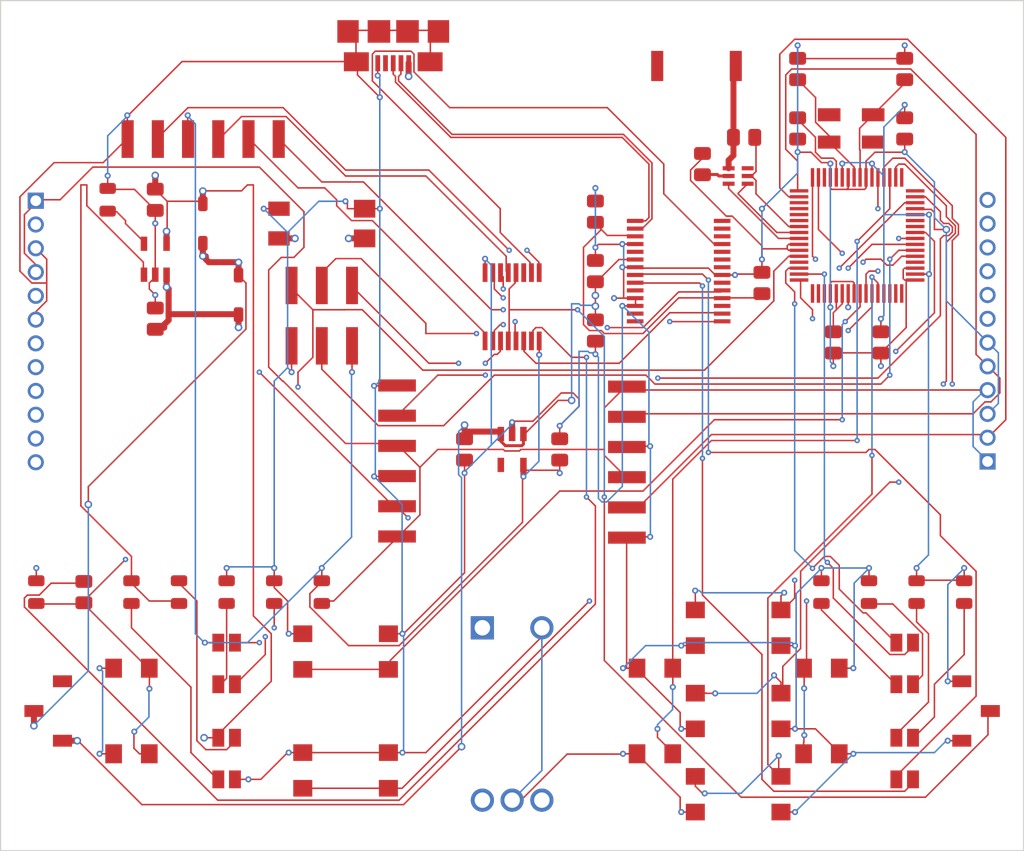
<source format=kicad_pcb>
(kicad_pcb (version 20221018) (generator pcbnew)
  (layers (0 "F.Cu" signal "Top") (1 "In1.Cu" signal "Route2") (2 "In2.Cu" signal "Route15") (31 "B.Cu" signal "Bottom") (34 "B.Paste" user) (35 "F.Paste" user) (36 "B.SilkS" user "B.Silkscreen") (37 "F.SilkS" user "F.Silkscreen") (38 "B.Mask" user) (39 "F.Mask" user) (44 "Edge.Cuts" user))
  (net 0 "")
  (net 1 "GND")
  (net 2 "3V3")
  (net 3 "VBAT")
  (net 4 "Net-(B2-Pad4)")
  (net 5 "Net-(B2-Pad3)")
  (net 6 "Net-(B2-Pad2)")
  (net 7 "Net-(A1-PadFEED)")
  (net 8 "Net-(C14-Pad1)")
  (net 9 "Net-(C15-Pad1)")
  (net 10 "Net-(C11-Pad1)")
  (net 11 "Net-(C13-Pad1)")
  (net 12 "Net-(D6-PadC1)")
  (net 13 "/RESET")
  (net 14 "/THROTTLE")
  (net 15 "/YAW")
  (net 16 "/BTN_CENTER")
  (net 17 "/BTN_RIGHT")
  (net 18 "/BTN_LEFT")
  (net 19 "/BTN_UP")
  (net 20 "/RXI-0")
  (net 21 "/TXO-0")
  (net 22 "/E1-B")
  (net 23 "/E1-A")
  (net 24 "/MISO")
  (net 25 "/MOSI")
  (net 26 "/SCK")
  (net 27 "/BTN_DOWN")
  (net 28 "/E1-BUT")
  (net 29 "/BTN2/SDA")
  (net 30 "/BTN1/SCL")
  (net 31 "/PITCH")
  (net 32 "/RF")
  (net 33 "Net-(D6-PadA1)")
  (net 34 "Net-(D6-PadA2)")
  (net 35 "/ROLL")
  (net 36 "/DTR-0")
  (net 37 "/VREG_IN")
  (net 38 "/RXI")
  (net 39 "/FTDI_OUT")
  (net 40 "/TXLED")
  (net 41 "/RXLED")
  (net 42 "/DTR")
  (net 43 "/USB_D_N")
  (net 44 "/USB_D_P")
  (net 45 "/CTS")
  (net 46 "/TXO")
  (net 47 "Net-(R7-Pad1)")
  (net 48 "/VBUS")
  (net 49 "Net-(B3-Pad1A)")
  (net 50 "Net-(R1-Pad2)")
  (net 51 "Net-(D1-PadC2)")
  (net 52 "Net-(D4-PadC1)")
  (net 53 "/RXI-1")
  (net 54 "/TXO-1")
  (net 55 "Net-(S2-Pad2)")
  (net 56 "/DTR-1")
  (net 57 "/CTS-1")
  (net 58 "/GREF")
  (net 59 "Net-(D6-PadC2)")
  (net 60 "Net-(D5-PadA2)")
  (net 61 "Net-(D5-PadA1)")
  (net 62 "Net-(D1-PadA1)")
  (net 63 "Net-(D4-PadC2)")
  (footprint "controller_board:BALUN" (layer "F.Cu") (at 167.5011 83.7536 -90)
    (fp_text reference "B2" hide)
    (fp_text value "BALUN0805" hide)
  )
  (footprint "controller_board:CAPC2012X140_HS" (layer "F.Cu") (at 164.5011 82.7536 -90)
    (fp_text reference "C3" hide)
    (fp_text value "22pF" hide)
  )
  (footprint "controller_board:CAPC2012X140_HS" (layer "F.Cu") (at 172.5011 74.7536 90)
    (fp_text reference "C14" hide)
    (fp_text value "12pF" hide)
  )
  (footprint "controller_board:CAPC2012X140_HS" (layer "F.Cu") (at 181.5011 74.7536 90)
    (fp_text reference "C15" hide)
    (fp_text value "12pF" hide)
  )
  (footprint "controller_board:CAPC2012X140_HS" (layer "F.Cu") (at 175.5011 97.7536 -90)
    (fp_text reference "C11" hide)
    (fp_text value "1uF" hide)
  )
  (footprint "controller_board:CAPC2012X140_HS" (layer "F.Cu") (at 172.5011 79.7536 -90)
    (fp_text reference "C13" hide)
    (fp_text value "1uF" hide)
  )
  (footprint "controller_board:CAPC2012X140_HS" (layer "F.Cu") (at 168.0011 80.5036)
    (fp_text reference "C2" hide)
    (fp_text value "0.75pF" hide)
  )
  (footprint "controller_board:CAPC2012X140_HS" (layer "F.Cu") (at 179.5011 97.7536 -90)
    (fp_text reference "C12" hide)
    (fp_text value "1uF" hide)
  )
  (footprint "controller_board:CAPC2012X140_HS" (layer "F.Cu") (at 181.5011 79.7536 -90)
    (fp_text reference "C16" hide)
    (fp_text value "1uF" hide)
  )
  (footprint "controller_board:CAPC2012X140_HS" (layer "F.Cu") (at 112.5011 118.7536 90)
    (fp_text reference "C1" hide)
    (fp_text value "0.1uF" hide)
  )
  (footprint "controller_board:2X3-SMD" (layer "F.Cu") (at 132.5011 95.5 180)
    (fp_text reference "J4" hide)
    (fp_text value "AVR_SPI_PRG_6-SMD" hide)
  )
  (footprint "controller_board:RESC2012X60_HS" (layer "F.Cu") (at 178.5011 118.7536 -90)
    (fp_text reference "R18" hide)
    (fp_text value "510" hide)
  )
  (footprint "controller_board:RESC2012X60_HS" (layer "F.Cu") (at 108.5011 118.7536 90)
    (fp_text reference "R2" hide)
    (fp_text value "10K" hide)
  )
  (footprint "controller_board:4.5MM_TACTILE_SWITCH_TL3305AF160QG" (layer "F.Cu") (at 134.5011 133.7536 180)
    (fp_text reference "B5" hide)
    (fp_text value "PUSHBUTTON_-4.5X4.5" hide)
  )
  (footprint "controller_board:4.5MM_TACTILE_SWITCH_TL3305AF160QG" (layer "F.Cu") (at 134.5011 123.7536 180)
    (fp_text reference "B4" hide)
    (fp_text value "PUSHBUTTON_-4.5X4.5" hide)
  )
  (footprint "controller_board:4.5MM_TACTILE_SWITCH_TL3305AF160QG" (layer "F.Cu") (at 116.5011 128.7536 90)
    (fp_text reference "B1" hide)
    (fp_text value "PUSHBUTTON_-4.5X4.5" hide)
  )
  (footprint "controller_board:QFN-64" (layer "F.Cu") (at 177.5011 88.7536)
    (fp_text reference "U4" hide)
    (fp_text value "ATMEGA128RFA1" hide)
  )
  (footprint "controller_board:CRYSTAL-SMD-5X3" (layer "F.Cu") (at 177.0011 79.7536 180)
    (fp_text reference "Y1" hide)
    (fp_text value "CRYSTAL5X3" hide)
  )
  (footprint "controller_board:JS102011JCQN" (layer "F.Cu") (at 109.5011 128.7536 90)
    (fp_text reference "S1" hide)
    (fp_text value "POWER-SWITCH-MFS201N-9-Z-SMD-VERTICAL" hide)
  )
  (footprint "controller_board:SSOP28DB" (layer "F.Cu") (at 162.5011 91.7536 90)
    (fp_text reference "U3" hide)
    (fp_text value "FT232RLSSOP" hide)
  )
  (footprint "controller_board:CAPC2012X140_HS" (layer "F.Cu") (at 155.5011 96.7536 -90)
    (fp_text reference "C8" hide)
    (fp_text value "0.1uF" hide)
  )
  (footprint "controller_board:CAPC2012X140_HS" (layer "F.Cu") (at 155.5011 91.7536 90)
    (fp_text reference "C7" hide)
    (fp_text value "10uF" hide)
  )
  (footprint "controller_board:CAPC2012X140_HS" (layer "F.Cu") (at 169.5011 92.7536 90)
    (fp_text reference "C9" hide)
    (fp_text value "0.1uF" hide)
  )
  (footprint "controller_board:SOT23-5" (layer "F.Cu") (at 118.5011 90.7536)
    (fp_text reference "U2" hide)
    (fp_text value "MCP73831T-2ACI/OT" hide)
  )
  (footprint "controller_board:RESC2012X60_HS" (layer "F.Cu") (at 116.5011 118.7536 90)
    (fp_text reference "R1" hide)
    (fp_text value "510" hide)
  )
  (footprint "controller_board:CAPC2012X140_HS" (layer "F.Cu") (at 118.5011 85.7536 -90)
    (fp_text reference "C5" hide)
    (fp_text value "10uF" hide)
  )
  (footprint "controller_board:CAPC2012X140_HS" (layer "F.Cu") (at 118.5011 95.7536 90)
    (fp_text reference "C6" hide)
    (fp_text value "10uF" hide)
  )
  (footprint "controller_board:RESC2012X60_HS" (layer "F.Cu") (at 114.5011 85.7536 90)
    (fp_text reference "R7" hide)
    (fp_text value "2.2K" hide)
  )
  (footprint "controller_board:RESC2012X60_HS" (layer "F.Cu") (at 128.5011 118.7536 -90)
    (fp_text reference "R15" hide)
    (fp_text value "510" hide)
  )
  (footprint "controller_board:SOP65P640X110-16" (layer "F.Cu") (at 148.5011 94.7536 -90)
    (fp_text reference "U5" hide)
    (fp_text value "DPDT-X2" hide)
  )
  (footprint "controller_board:JS102011JCQN" (layer "F.Cu") (at 187.5011 128.7536 -90)
    (fp_text reference "S2" hide)
    (fp_text value "POWER-SWITCH-MFS201N-9-Z-SMD-VERTICAL" hide)
  )
  (footprint "controller_board:SOD3716X135_HS" (layer "F.Cu") (at 125.5011 93.7536 -90)
    (fp_text reference "D3" hide)
    (fp_text value "360mV" hide)
  )
  (footprint "controller_board:SOD3716X135_HS" (layer "F.Cu") (at 122.5011 87.7536 90)
    (fp_text reference "D2" hide)
    (fp_text value "360mV" hide)
  )
  (footprint "controller_board:USB-MICROA-10118192-0001LF" (layer "F.Cu") (at 138.5062 73.2536 180)
    (fp_text reference "J1" hide)
    (fp_text value "USB-MICROA-AMPHENOL-10118192-0001LF" hide)
  )
  (footprint "controller_board:JST-13-PTH" (layer "F.Cu") (at 108.458 96.9772 -90)
    (fp_text reference "J2" hide)
    (fp_text value "2.4K" hide)
  )
  (footprint "controller_board:JST-13-PTH" (layer "F.Cu") (at 188.468 96.6216 90)
    (fp_text reference "J3" hide)
    (fp_text value "2.4K" hide)
  )
  (footprint "controller_board:2X-SERVO-SMD" (layer "F.Cu") (at 127.762 107.9246 90)
    (fp_text reference "J7" hide)
    (fp_text value "FRSKY-GIMBAL-2X-SERVO-SMD" hide)
  )
  (footprint "controller_board:2X-SERVO-SMD" (layer "F.Cu") (at 169.2148 107.6198 -90)
    (fp_text reference "J8" hide)
    (fp_text value "FRSKY-GIMBAL-2X-SERVO-SMD" hide)
  )
  (footprint "controller_board:CAPC2012X140_HS" (layer "F.Cu") (at 155.5011 86.7536 -90)
    (fp_text reference "C4" hide)
    (fp_text value "1uF" hide)
  )
  (footprint "controller_board:4.5MM_TACTILE_SWITCH_TL3305AF160QG" (layer "F.Cu") (at 167.5011 128.7536 180)
    (fp_text reference "B8" hide)
    (fp_text value "PUSHBUTTON_-4.5X4.5" hide)
  )
  (footprint "controller_board:4.5MM_TACTILE_SWITCH_TL3305AF160QG" (layer "F.Cu") (at 174.5011 128.7536 -90)
    (fp_text reference "B9" hide)
    (fp_text value "PUSHBUTTON_-4.5X4.5" hide)
  )
  (footprint "controller_board:4.5MM_TACTILE_SWITCH_TL3305AF160QG" (layer "F.Cu") (at 160.5011 128.7536 90)
    (fp_text reference "B7" hide)
    (fp_text value "PUSHBUTTON_-4.5X4.5" hide)
  )
  (footprint "controller_board:4.5MM_TACTILE_SWITCH_TL3305AF160QG" (layer "F.Cu") (at 167.5011 135.7536 180)
    (fp_text reference "B10" hide)
    (fp_text value "PUSHBUTTON_-4.5X4.5" hide)
  )
  (footprint "controller_board:4.5MM_TACTILE_SWITCH_TL3305AF160QG" (layer "F.Cu") (at 167.5011 121.7536 180)
    (fp_text reference "B6" hide)
    (fp_text value "PUSHBUTTON_-4.5X4.5" hide)
  )
  (footprint "controller_board:BOURNS-PEC12R" (layer "F.Cu") (at 148.5011 128.7536)
    (fp_text reference "E1" hide)
    (fp_text value "ROTARY-ENCODER-W_BUTTON-BOURNS-PEC12R-4217F" hide)
  )
  (footprint "controller_board:RESC2012X60_HS" (layer "F.Cu") (at 132.5011 118.7536 90)
    (fp_text reference "R8" hide)
    (fp_text value "1.2K" hide)
  )
  (footprint "controller_board:LED-2X-LTST-C155" (layer "F.Cu") (at 181.5011 124.7536 -90)
    (fp_text reference "D6" hide)
    (fp_text value "LED-2X-GREEN_RED" hide)
  )
  (footprint "controller_board:LED-2X-LTST-C155" (layer "F.Cu") (at 181.5011 132.7536 -90)
    (fp_text reference "D5" hide)
    (fp_text value "LED-2X-GREEN_RED" hide)
  )
  (footprint "controller_board:LED-2X-LTST-C155" (layer "F.Cu") (at 124.5011 132.7536 -90)
    (fp_text reference "D1" hide)
    (fp_text value "LED-2X-GREEN_RED" hide)
  )
  (footprint "controller_board:LED-2X-LTST-C155" (layer "F.Cu") (at 124.5011 124.7536 -90)
    (fp_text reference "D4" hide)
    (fp_text value "LED-2X-GREEN_RED" hide)
  )
  (footprint "controller_board:RESC2012X60_HS" (layer "F.Cu") (at 182.5011 118.7536 90)
    (fp_text reference "R13" hide)
    (fp_text value "510" hide)
  )
  (footprint "controller_board:RESC2012X60_HS" (layer "F.Cu") (at 124.5011 118.7536 -90)
    (fp_text reference "R16" hide)
    (fp_text value "510" hide)
  )
  (footprint "controller_board:RESC2012X60_HS" (layer "F.Cu") (at 120.5011 118.7536 -90)
    (fp_text reference "R3" hide)
    (fp_text value "510" hide)
  )
  (footprint "controller_board:RESC2012X60_HS" (layer "F.Cu") (at 186.5011 118.7536 90)
    (fp_text reference "R14" hide)
    (fp_text value "510" hide)
  )
  (footprint "controller_board:RESC2012X60_HS" (layer "F.Cu") (at 174.5011 118.7536 -90)
    (fp_text reference "R17" hide)
    (fp_text value "510" hide)
  )
  (footprint "controller_board:FTDI-BASIC-SMD" (layer "F.Cu") (at 122.5296 76.2)
    (fp_text reference "JP1" hide)
    (fp_text value "FTDI_BASIC-SMD" hide)
  )
  (footprint "controller_board:WIRE-TERMINAL-1X2-2.5MM-SMD-AVX-009276002021106" (layer "F.Cu") (at 132.5011 87.7536)
    (fp_text reference "B3" hide)
    (fp_text value "BATTERY-SPRING-SMD" hide)
  )
  (footprint "controller_board:CAPC2012X140_HS" (layer "F.Cu") (at 144.5011 106.7536 -90)
    (fp_text reference "C10" hide)
    (fp_text value "1uF" hide)
  )
  (footprint "controller_board:CAPC2012X140_HS" (layer "F.Cu") (at 152.5011 106.7536 90)
    (fp_text reference "C17" hide)
    (fp_text value "1uF" hide)
  )
  (footprint "controller_board:SOT23-DBV" (layer "F.Cu") (at 148.5011 106.7536 180)
    (fp_text reference "U1" hide)
    (fp_text value "3.3V" hide)
  )
  (footprint "controller_board:ANT-2.4GHZ-6.5X2.2MM" (layer "F.Cu") (at 164 74.5 180)
    (fp_text reference "A1" hide)
    (fp_text value "ANTENNA-CHIP" hide)
  )
  (gr_line (start 191.5011 69) (end 191.5011 140.5) (stroke (width 0.1)) (layer "Edge.Cuts"))
  (gr_line (start 105.5 140.5) (end 105.5 69) (stroke (width 0.1)) (layer "Edge.Cuts"))
  (gr_line (start 105.5 140.5) (end 191.5011 140.5) (stroke (width 0.1)) (layer "Edge.Cuts"))
  (gr_line (start 105.5 69) (end 191.5011 69) (stroke (width 0.1)) (layer "Edge.Cuts"))
  (segment (start 155.5011 97.6486) (end 155.5011 98.7396) (width 0.127) (layer "F.Cu") (net 1))
  (segment (start 171.1011 137.2536) (end 172.2821 137.2536) (width 0.127) (layer "F.Cu") (net 1))
  (segment (start 118.5011 86.6486) (end 118.5011 87.7396) (width 0.127) (layer "F.Cu") (net 1))
  (segment (start 130.9011 122.2536) (end 129.7201 122.2536) (width 0.127) (layer "F.Cu") (net 1))
  (segment (start 138.1011 122.2536) (end 139.2821 122.2536) (width 0.127) (layer "F.Cu") (net 1))
  (segment (start 158.1361 114.1036) (end 160.1021 114.1036) (width 0.127) (layer "F.Cu") (net 1))
  (segment (start 159.0011 132.3536) (end 157.8201 132.3536) (width 0.127) (layer "F.Cu") (net 1))
  (segment (start 158.8451 94.0286) (end 157.8761 94.0286) (width 0.127) (layer "F.Cu") (net 1))
  (segment (start 157.8761 94.0286) (end 157.070165 94.0286) (width 0.127) (layer "F.Cu") (net 1))
  (segment (start 144.5011 107.6486) (end 144.5011 108.7396) (width 0.127) (layer "F.Cu") (net 1))
  (segment (start 158.1361 106.4836) (end 160.1021 106.4836) (width 0.127) (layer "F.Cu") (net 1))
  (segment (start 175.2511 93.6346) (end 175.2511 94.7966) (width 0.127) (layer "F.Cu") (net 1))
  (segment (start 118.5011 94.8586) (end 118.5011 93.7676) (width 0.127) (layer "F.Cu") (net 1))
  (segment (start 179.5011 98.6486) (end 179.5011 99.7396) (width 0.127) (layer "F.Cu") (net 1))
  (segment (start 181.5011 80.6486) (end 181.5011 81.7396) (width 0.127) (layer "F.Cu") (net 1))
  (segment (start 148.5011 105.4536) (end 148.5011 104.4726) (width 0.508) (layer "F.Cu") (net 1))
  (segment (start 146.2261 91.8819) (end 146.2261 90.71495) (width 0.127) (layer "F.Cu") (net 1))
  (segment (start 128.9011 86.5036) (end 127.6201 86.5036) (width 0.127) (layer "F.Cu") (net 1))
  (segment (start 176.0011 125.1536) (end 177.1821 125.1536) (width 0.127) (layer "F.Cu") (net 1))
  (segment (start 129.9611 98.2936) (end 129.9611 100.2496) (width 0.127) (layer "F.Cu") (net 1))
  (segment (start 152.5011 105.8586) (end 152.5011 104.7676) (width 0.127) (layer "F.Cu") (net 1))
  (segment (start 158.8451 89.4786) (end 157.7656 89.4786) (width 0.127) (layer "F.Cu") (net 1))
  (segment (start 158.8451 94.6786) (end 157.7656 94.6786) (width 0.127) (layer "F.Cu") (net 1))
  (segment (start 116.1511 80.6186) (end 116.1511 78.6526) (width 0.127) (layer "F.Cu") (net 1))
  (segment (start 158.8451 91.4286) (end 157.7656 91.4286) (width 0.127) (layer "F.Cu") (net 1))
  (segment (start 166.1571 92.0786) (end 167.2366 92.0786) (width 0.127) (layer "F.Cu") (net 1))
  (segment (start 136.1011 86.5036) (end 137.3821 86.5036) (width 0.127) (layer "F.Cu") (net 1))
  (segment (start 176.0011 132.3536) (end 177.1821 132.3536) (width 0.127) (layer "F.Cu") (net 1))
  (segment (start 175.2511 83.8726) (end 175.2511 82.7106) (width 0.127) (layer "F.Cu") (net 1))
  (segment (start 137.2011 74.2536) (end 137.2011 75.3096) (width 0.127) (layer "F.Cu") (net 1))
  (segment (start 169.5011 91.8586) (end 169.5011 90.7676) (width 0.127) (layer "F.Cu") (net 1))
  (segment (start 155.5011 85.8586) (end 155.5011 84.7676) (width 0.127) (layer "F.Cu") (net 1))
  (segment (start 175.5011 98.6486) (end 175.5011 99.7396) (width 0.127) (layer "F.Cu") (net 1))
  (segment (start 128.5011 117.7986) (end 128.5011 116.7276) (width 0.127) (layer "F.Cu") (net 1))
  (segment (start 155.5011 90.8586) (end 155.5011 89.7676) (width 0.127) (layer "F.Cu") (net 1))
  (segment (start 138.8661 101.4036) (end 136.9001 101.4036) (width 0.127) (layer "F.Cu") (net 1))
  (segment (start 186.3011 131.2536) (end 185.1201 131.2536) (width 0.127) (layer "F.Cu") (net 1))
  (segment (start 138.8661 109.0236) (end 136.9001 109.0236) (width 0.127) (layer "F.Cu") (net 1))
  (segment (start 163.9011 130.2536) (end 162.7201 130.2536) (width 0.127) (layer "F.Cu") (net 1))
  (segment (start 171.1011 130.2536) (end 172.2821 130.2536) (width 0.127) (layer "F.Cu") (net 1))
  (segment (start 125.2011 134.5036) (end 126.3321 134.5036) (width 0.127) (layer "F.Cu") (net 1))
  (segment (start 124.5011 117.7986) (end 124.5011 116.7276) (width 0.127) (layer "F.Cu") (net 1))
  (segment (start 130.9011 132.2536) (end 129.7201 132.2536) (width 0.127) (layer "F.Cu") (net 1))
  (segment (start 178.5011 117.7986) (end 178.5011 116.7276) (width 0.127) (layer "F.Cu") (net 1))
  (segment (start 181.5011 73.8586) (end 181.5011 72.7676) (width 0.127) (layer "F.Cu") (net 1))
  (segment (start 163.9011 123.2536) (end 162.7201 123.2536) (width 0.127) (layer "F.Cu") (net 1))
  (segment (start 115.0011 132.3536) (end 113.8201 132.3536) (width 0.127) (layer "F.Cu") (net 1))
  (segment (start 115.0011 125.1536) (end 113.8201 125.1536) (width 0.127) (layer "F.Cu") (net 1))
  (segment (start 158.1261 125.1536) (end 157.8201 125.1536) (width 0.127) (layer "F.Cu") (net 1))
  (segment (start 172.5011 73.8586) (end 172.5011 72.7676) (width 0.127) (layer "F.Cu") (net 1))
  (segment (start 174.5011 117.7986) (end 174.5011 116.7276) (width 0.127) (layer "F.Cu") (net 1))
  (segment (start 163.9011 137.2536) (end 162.7201 137.2536) (width 0.127) (layer "F.Cu") (net 1))
  (segment (start 171.1011 123.2536) (end 172.2821 123.2536) (width 0.127) (layer "F.Cu") (net 1))
  (segment (start 138.1011 132.2536) (end 139.2821 132.2536) (width 0.127) (layer "F.Cu") (net 1))
  (segment (start 159.0011 125.1536) (end 158.1261 125.1536) (width 0.127) (layer "F.Cu") (net 1))
  (segment (start 114.5011 84.7986) (end 114.5011 83.7276) (width 0.127) (layer "F.Cu") (net 1))
  (segment (start 172.5011 80.6486) (end 172.5011 81.7396) (width 0.127) (layer "F.Cu") (net 1))
  (segment (start 118.0011 92.7536) (end 118.5011 92.2536) (width 0.127) (layer "F.Cu") (net 1))
  (segment (start 182.4376 86.5591) (end 183.728218 86.5591) (width 0.127) (layer "F.Cu") (net 1))
  (segment (start 184.0011 88.2536) (end 185.0011 88.2536) (width 0.127) (layer "F.Cu") (net 1))
  (segment (start 178.2511 82.5036) (end 179.0011 81.7536) (width 0.127) (layer "F.Cu") (net 1))
  (segment (start 118.0011 93.2536) (end 118.0011 92.7536) (width 0.127) (layer "F.Cu") (net 1))
  (segment (start 169.0011 83.3786) (end 168.6261 83.7536) (width 0.127) (layer "F.Cu") (net 1))
  (segment (start 169.0011 84.1286) (end 169.0011 85.2536) (width 0.127) (layer "F.Cu") (net 1))
  (segment (start 158.8761 94.1286) (end 158.8451 94.0286) (width 0.127) (layer "F.Cu") (net 1))
  (segment (start 157.8761 91.5036) (end 157.8761 94.0286) (width 0.127) (layer "F.Cu") (net 1))
  (segment (start 155.7511 89.5036) (end 157.7511 89.5036) (width 0.127) (layer "F.Cu") (net 1))
  (segment (start 181.5011 81.7536) (end 181.5011 81.7396) (width 0.127) (layer "F.Cu") (net 1))
  (segment (start 169.8761 86.1286) (end 171.7511 88.0036) (width 0.127) (layer "F.Cu") (net 1))
  (segment (start 168.6261 83.7536) (end 169.0011 84.1286) (width 0.127) (layer "F.Cu") (net 1))
  (segment (start 118.5011 93.7536) (end 118.0011 93.2536) (width 0.127) (layer "F.Cu") (net 1))
  (segment (start 184.0011 86.831982) (end 184.0011 88.2536) (width 0.127) (layer "F.Cu") (net 1))
  (segment (start 118.5011 92.2536) (end 118.5011 92.0537) (width 0.127) (layer "F.Cu") (net 1))
  (segment (start 183.728218 86.5591) (end 184.0011 86.831982) (width 0.127) (layer "F.Cu") (net 1))
  (segment (start 169.0011 85.2536) (end 169.8761 86.1286) (width 0.127) (layer "F.Cu") (net 1))
  (segment (start 158.8761 94.1286) (end 158.8761 94.6286) (width 0.127) (layer "F.Cu") (net 1))
  (segment (start 158.8761 94.6286) (end 158.8451 94.6786) (width 0.127) (layer "F.Cu") (net 1))
  (segment (start 118.5011 93.7536) (end 118.5011 93.7676) (width 0.127) (layer "F.Cu") (net 1))
  (segment (start 182.3821 86.5036) (end 182.4376 86.5591) (width 0.127) (layer "F.Cu") (net 1))
  (segment (start 179.0011 81.7536) (end 181.5011 81.7536) (width 0.127) (layer "F.Cu") (net 1))
  (segment (start 178.2511 83.8726) (end 178.2511 82.5036) (width 0.127) (layer "F.Cu") (net 1))
  (segment (start 169.0011 80.5036) (end 169.0011 83.3786) (width 0.127) (layer "F.Cu") (net 1))
  (segment (start 169.0011 80.5036) (end 168.8961 80.5036) (width 0.127) (layer "F.Cu") (net 1))
  (segment (start 171.7511 88.0036) (end 172.6201 88.0036) (width 0.127) (layer "F.Cu") (net 1))
  (segment (start 157.8761 91.5036) (end 157.7656 91.4286) (width 0.127) (layer "F.Cu") (net 1))
  (segment (start 168.6261 83.7536) (end 168.3011 83.7536) (width 0.127) (layer "F.Cu") (net 1))
  (segment (start 175.3761 92.6286) (end 177.1261 92.6286) (width 0.127) (layer "F.Cu") (net 1))
  (segment (start 172.5011 81.7536) (end 172.5011 81.7396) (width 0.127) (layer "F.Cu") (net 1))
  (segment (start 175.3761 84.8786) (end 175.2511 84.7536) (width 0.127) (layer "F.Cu") (net 1))
  (segment (start 176.7511 84.7536) (end 176.6261 84.8786) (width 0.127) (layer "F.Cu") (net 1))
  (segment (start 172.6201 89.5036) (end 171.7511 89.5036) (width 0.127) (layer "F.Cu") (net 1))
  (segment (start 176.7511 83.8726) (end 176.7511 84.7536) (width 0.127) (layer "F.Cu") (net 1))
  (segment (start 172.5011 73.8786) (end 181.5011 73.8786) (width 0.127) (layer "F.Cu") (net 1))
  (segment (start 172.5011 73.8786) (end 172.5011 73.8586) (width 0.127) (layer "F.Cu") (net 1))
  (segment (start 176.6261 84.8786) (end 175.3761 84.8786) (width 0.127) (layer "F.Cu") (net 1))
  (segment (start 169.5011 91.8786) (end 169.5011 91.8586) (width 0.127) (layer "F.Cu") (net 1))
  (segment (start 165.0011 91.5036) (end 158.8761 91.5036) (width 0.127) (layer "F.Cu") (net 1))
  (segment (start 169.5011 90.7676) (end 169.5011 89.8786) (width 0.127) (layer "F.Cu") (net 1))
  (segment (start 166.1261 92.0036) (end 166.1571 92.0786) (width 0.127) (layer "F.Cu") (net 1))
  (segment (start 169.3761 92.0036) (end 167.2511 92.0036) (width 0.127) (layer "F.Cu") (net 1))
  (segment (start 155.5011 89.7536) (end 155.7511 89.5036) (width 0.127) (layer "F.Cu") (net 1))
  (segment (start 181.5011 73.8786) (end 181.5011 73.8586) (width 0.127) (layer "F.Cu") (net 1))
  (segment (start 175.2511 82.6286) (end 175.2511 82.7106) (width 0.127) (layer "F.Cu") (net 1))
  (segment (start 171.6261 89.8786) (end 171.7511 90.0036) (width 0.127) (layer "F.Cu") (net 1))
  (segment (start 171.7511 89.5036) (end 171.6261 89.6286) (width 0.127) (layer "F.Cu") (net 1))
  (segment (start 167.0011 87.1286) (end 166.5011 87.1286) (width 0.127) (layer "F.Cu") (net 1))
  (segment (start 158.8761 91.5036) (end 158.8451 91.4286) (width 0.127) (layer "F.Cu") (net 1))
  (segment (start 169.5011 86.5036) (end 169.8761 86.1286) (width 0.127) (layer "F.Cu") (net 1))
  (segment (start 157.7511 89.5036) (end 157.7656 89.4786) (width 0.127) (layer "F.Cu") (net 1))
  (segment (start 181.3761 91.6286) (end 181.3761 92.3786) (width 0.127) (layer "F.Cu") (net 1))
  (segment (start 182.3821 91.5036) (end 181.5011 91.5036) (width 0.127) (layer "F.Cu") (net 1))
  (segment (start 179.5011 98.6286) (end 175.5011 98.6286) (width 0.127) (layer "F.Cu") (net 1))
  (segment (start 167.2511 92.0036) (end 167.2366 92.0786) (width 0.127) (layer "F.Cu") (net 1))
  (segment (start 177.2511 92.7536) (end 177.2511 93.6346) (width 0.127) (layer "F.Cu") (net 1))
  (segment (start 166.1261 92.0036) (end 165.5011 92.0036) (width 0.127) (layer "F.Cu") (net 1))
  (segment (start 177.1261 92.6286) (end 177.2511 92.7536) (width 0.127) (layer "F.Cu") (net 1))
  (segment (start 175.2511 93.6346) (end 175.2511 92.7536) (width 0.127) (layer "F.Cu") (net 1))
  (segment (start 179.5011 98.6286) (end 181.6261 96.5036) (width 0.127) (layer "F.Cu") (net 1))
  (segment (start 166.5011 87.1286) (end 163.5011 84.1286) (width 0.127) (layer "F.Cu") (net 1))
  (segment (start 165.5011 92.0036) (end 165.0011 91.5036) (width 0.127) (layer "F.Cu") (net 1))
  (segment (start 179.5011 98.6286) (end 179.5011 98.6486) (width 0.127) (layer "F.Cu") (net 1))
  (segment (start 181.6261 92.5036) (end 182.3821 92.5036) (width 0.127) (layer "F.Cu") (net 1))
  (segment (start 174.5011 82.6286) (end 173.6261 81.7536) (width 0.127) (layer "F.Cu") (net 1))
  (segment (start 181.3761 92.3786) (end 181.5011 92.5036) (width 0.127) (layer "F.Cu") (net 1))
  (segment (start 163.5011 84.1286) (end 163.5011 83.2536) (width 0.127) (layer "F.Cu") (net 1))
  (segment (start 175.2511 92.7536) (end 175.3761 92.6286) (width 0.127) (layer "F.Cu") (net 1))
  (segment (start 181.6261 96.5036) (end 181.6261 92.5036) (width 0.127) (layer "F.Cu") (net 1))
  (segment (start 169.5011 89.6286) (end 167.0011 87.1286) (width 0.127) (layer "F.Cu") (net 1))
  (segment (start 173.6261 81.7536) (end 172.5011 81.7536) (width 0.127) (layer "F.Cu") (net 1))
  (segment (start 175.2511 82.6286) (end 174.5011 82.6286) (width 0.127) (layer "F.Cu") (net 1))
  (segment (start 175.2511 84.7536) (end 175.2511 83.8726) (width 0.127) (layer "F.Cu") (net 1))
  (segment (start 169.5011 91.8786) (end 169.3761 92.0036) (width 0.127) (layer "F.Cu") (net 1))
  (segment (start 171.6261 89.6286) (end 171.6261 89.8786) (width 0.127) (layer "F.Cu") (net 1))
  (segment (start 169.5011 89.8786) (end 169.5011 89.6286) (width 0.127) (layer "F.Cu") (net 1))
  (segment (start 171.7511 90.0036) (end 172.6201 90.0036) (width 0.127) (layer "F.Cu") (net 1))
  (segment (start 181.5011 91.5036) (end 181.3761 91.6286) (width 0.127) (layer "F.Cu") (net 1))
  (segment (start 155.5011 89.7536) (end 155.5011 89.7676) (width 0.127) (layer "F.Cu") (net 1))
  (segment (start 164.5011 82.2536) (end 164.5011 81.8586) (width 0.127) (layer "F.Cu") (net 1))
  (segment (start 163.5011 83.2536) (end 164.5011 82.2536) (width 0.127) (layer "F.Cu") (net 1))
  (segment (start 181.5011 92.5036) (end 181.6261 92.5036) (width 0.127) (layer "F.Cu") (net 1))
  (segment (start 169.5011 89.8786) (end 171.6261 89.8786) (width 0.127) (layer "F.Cu") (net 1))
  (segment (start 175.5011 98.6286) (end 175.5011 98.6486) (width 0.127) (layer "F.Cu") (net 1))
  (segment (start 135.3761 71.5036) (end 134.7511 71.5036) (width 0.127) (layer "F.Cu") (net 1))
  (segment (start 109.3761 90.7536) (end 109.3761 92.7536) (width 0.127) (layer "F.Cu") (net 1))
  (segment (start 162.6261 136.0036) (end 162.6261 137.2536) (width 0.127) (layer "F.Cu") (net 1))
  (segment (start 159.0011 132.3786) (end 159.0011 132.3536) (width 0.127) (layer "F.Cu") (net 1))
  (segment (start 141.6261 71.5036) (end 142.2511 71.5036) (width 0.127) (layer "F.Cu") (net 1))
  (segment (start 159.0011 132.3786) (end 162.6261 136.0036) (width 0.127) (layer "F.Cu") (net 1))
  (segment (start 142.2511 71.5036) (end 142.3011 71.5786) (width 0.127) (layer "F.Cu") (net 1))
  (segment (start 135.3761 71.5036) (end 135.3761 74.1286) (width 0.127) (layer "F.Cu") (net 1))
  (segment (start 108.5011 89.8786) (end 109.3761 90.7536) (width 0.127) (layer "F.Cu") (net 1))
  (segment (start 134.7511 71.5036) (end 134.7011 71.5786) (width 0.127) (layer "F.Cu") (net 1))
  (segment (start 149.2511 136.2536) (end 148.5011 136.2536) (width 0.127) (layer "F.Cu") (net 1))
  (segment (start 109.3761 92.7536) (end 109.3761 94.2536) (width 0.127) (layer "F.Cu") (net 1))
  (segment (start 108.5011 89.8786) (end 108.5011 89.8036) (width 0.127) (layer "F.Cu") (net 1))
  (segment (start 116.7511 84.8786) (end 114.5011 84.8786) (width 0.127) (layer "F.Cu") (net 1))
  (segment (start 162.6261 137.2536) (end 162.7201 137.2536) (width 0.127) (layer "F.Cu") (net 1))
  (segment (start 174.0011 130.2536) (end 172.2821 130.2536) (width 0.127) (layer "F.Cu") (net 1))
  (segment (start 162.6261 130.2536) (end 162.7201 130.2536) (width 0.127) (layer "F.Cu") (net 1))
  (segment (start 157.7511 132.3786) (end 153.1261 132.3786) (width 0.127) (layer "F.Cu") (net 1))
  (segment (start 178.1261 84.8786) (end 178.2511 84.7536) (width 0.127) (layer "F.Cu") (net 1))
  (segment (start 178.2511 84.7536) (end 178.2511 83.8726) (width 0.127) (layer "F.Cu") (net 1))
  (segment (start 158.1261 125.1536) (end 158.1261 114.1286) (width 0.127) (layer "F.Cu") (net 1))
  (segment (start 158.1261 114.1286) (end 158.1361 114.1036) (width 0.127) (layer "F.Cu") (net 1))
  (segment (start 162.6261 128.8786) (end 162.6261 130.2536) (width 0.127) (layer "F.Cu") (net 1))
  (segment (start 153.1261 132.3786) (end 149.2511 136.2536) (width 0.127) (layer "F.Cu") (net 1))
  (segment (start 176.6261 84.8786) (end 178.1261 84.8786) (width 0.127) (layer "F.Cu") (net 1))
  (segment (start 159.0011 125.2536) (end 162.6261 128.8786) (width 0.127) (layer "F.Cu") (net 1))
  (segment (start 137.2511 71.5036) (end 137.3011 71.5786) (width 0.127) (layer "F.Cu") (net 1))
  (segment (start 137.2511 71.5036) (end 135.3761 71.5036) (width 0.127) (layer "F.Cu") (net 1))
  (segment (start 157.7511 132.3786) (end 157.8201 132.3536) (width 0.127) (layer "F.Cu") (net 1))
  (segment (start 159.0011 125.2536) (end 159.0011 125.1536) (width 0.127) (layer "F.Cu") (net 1))
  (segment (start 176.0011 132.2536) (end 176.0011 132.3536) (width 0.127) (layer "F.Cu") (net 1))
  (segment (start 137.3761 71.5036) (end 137.3011 71.5786) (width 0.127) (layer "F.Cu") (net 1))
  (segment (start 139.7511 71.5036) (end 141.6261 71.5036) (width 0.127) (layer "F.Cu") (net 1))
  (segment (start 176.0011 132.2536) (end 174.0011 130.2536) (width 0.127) (layer "F.Cu") (net 1))
  (segment (start 137.3761 71.5036) (end 139.6261 71.5036) (width 0.127) (layer "F.Cu") (net 1))
  (segment (start 139.7511 71.5036) (end 139.7011 71.5786) (width 0.127) (layer "F.Cu") (net 1))
  (segment (start 135.3761 71.5036) (end 134.7011 71.5786) (width 0.127) (layer "F.Cu") (net 1))
  (segment (start 141.6261 71.5036) (end 141.6261 74.1286) (width 0.127) (layer "F.Cu") (net 1))
  (segment (start 141.6261 74.1286) (end 141.6011 74.1286) (width 0.127) (layer "F.Cu") (net 1))
  (segment (start 141.6261 71.5036) (end 142.3011 71.5786) (width 0.127) (layer "F.Cu") (net 1))
  (segment (start 139.6261 71.5036) (end 139.7011 71.5786) (width 0.127) (layer "F.Cu") (net 1))
  (segment (start 108.5011 95.1286) (end 108.5011 95.8036) (width 0.127) (layer "F.Cu") (net 1))
  (segment (start 109.3761 94.2536) (end 108.5011 95.1286) (width 0.127) (layer "F.Cu") (net 1))
  (segment (start 152.6261 102.0036) (end 150.2511 104.3786) (width 0.127) (layer "F.Cu") (net 1))
  (segment (start 116.2511 78.6286) (end 116.1511 78.6526) (width 0.127) (layer "F.Cu") (net 1))
  (segment (start 128.5011 118.3786) (end 128.5011 117.7986) (width 0.127) (layer "F.Cu") (net 1))
  (segment (start 129.6261 119.5036) (end 128.5011 118.3786) (width 0.127) (layer "F.Cu") (net 1))
  (segment (start 129.6261 122.2536) (end 129.6261 119.5036) (width 0.127) (layer "F.Cu") (net 1))
  (segment (start 135.3761 74.1286) (end 135.4011 74.1286) (width 0.127) (layer "F.Cu") (net 1))
  (segment (start 153.6261 102.0036) (end 152.6261 102.0036) (width 0.127) (layer "F.Cu") (net 1))
  (segment (start 118.5011 92.0537) (end 118.5011 87.7396) (width 0.127) (layer "F.Cu") (net 1))
  (segment (start 148.7511 104.3786) (end 148.5011 104.4726) (width 0.127) (layer "F.Cu") (net 1))
  (segment (start 116.1261 80.6286) (end 114.1261 82.6286) (width 0.127) (layer "F.Cu") (net 1))
  (segment (start 116.2511 78.6286) (end 120.7511 74.1286) (width 0.127) (layer "F.Cu") (net 1))
  (segment (start 114.1261 82.6286) (end 110.0011 82.6286) (width 0.127) (layer "F.Cu") (net 1))
  (segment (start 150.2511 104.3786) (end 148.7511 104.3786) (width 0.127) (layer "F.Cu") (net 1))
  (segment (start 152.5011 104.7536) (end 154.1261 103.1286) (width 0.127) (layer "F.Cu") (net 1))
  (segment (start 120.7511 74.1286) (end 135.3761 74.1286) (width 0.127) (layer "F.Cu") (net 1))
  (segment (start 154.1261 102.5036) (end 153.6261 102.0036) (width 0.127) (layer "F.Cu") (net 1))
  (segment (start 152.5011 104.7536) (end 152.5011 104.7676) (width 0.127) (layer "F.Cu") (net 1))
  (segment (start 107.1261 85.5036) (end 107.1261 91.7536) (width 0.127) (layer "F.Cu") (net 1))
  (segment (start 110.0011 82.6286) (end 107.1261 85.5036) (width 0.127) (layer "F.Cu") (net 1))
  (segment (start 154.1261 103.1286) (end 154.1261 102.5036) (width 0.127) (layer "F.Cu") (net 1))
  (segment (start 118.5011 86.6286) (end 118.5011 86.6486) (width 0.127) (layer "F.Cu") (net 1))
  (segment (start 127.3761 134.5036) (end 126.3321 134.5036) (width 0.127) (layer "F.Cu") (net 1))
  (segment (start 129.6261 132.2536) (end 127.3761 134.5036) (width 0.127) (layer "F.Cu") (net 1))
  (segment (start 114.5011 84.8786) (end 114.5011 84.7986) (width 0.127) (layer "F.Cu") (net 1))
  (segment (start 108.1261 92.7536) (end 109.3761 92.7536) (width 0.127) (layer "F.Cu") (net 1))
  (segment (start 118.5011 86.6286) (end 116.7511 84.8786) (width 0.127) (layer "F.Cu") (net 1))
  (segment (start 129.6261 132.2536) (end 129.7201 132.2536) (width 0.127) (layer "F.Cu") (net 1))
  (segment (start 107.1261 91.7536) (end 108.1261 92.7536) (width 0.127) (layer "F.Cu") (net 1))
  (segment (start 116.1261 80.6286) (end 116.1511 80.6186) (width 0.127) (layer "F.Cu") (net 1))
  (segment (start 129.6261 122.2536) (end 129.7201 122.2536) (width 0.127) (layer "F.Cu") (net 1))
  (segment (start 141.2511 132.2536) (end 151.0011 122.5036) (width 0.127) (layer "F.Cu") (net 1))
  (segment (start 151.0011 122.5036) (end 151.0011 121.7536) (width 0.127) (layer "F.Cu") (net 1))
  (segment (start 135.5011 75.2536) (end 135.5011 74.1286) (width 0.127) (layer "F.Cu") (net 1))
  (segment (start 137.3761 77.1286) (end 135.5011 75.2536) (width 0.127) (layer "F.Cu") (net 1))
  (segment (start 139.2821 132.2536) (end 141.2511 132.2536) (width 0.127) (layer "F.Cu") (net 1))
  (segment (start 139.3761 122.2536) (end 139.2821 122.2536) (width 0.127) (layer "F.Cu") (net 1))
  (segment (start 139.3761 122.2536) (end 144.5011 117.1286) (width 0.127) (layer "F.Cu") (net 1))
  (segment (start 144.5011 117.1286) (end 144.5011 108.7396) (width 0.127) (layer "F.Cu") (net 1))
  (segment (start 135.5011 74.1286) (end 135.4011 74.1286) (width 0.127) (layer "F.Cu") (net 1))
  (segment (start 134.6536 86.0436) (end 134.49 85.88) (width 0.127) (layer "F.Cu") (net 1))
  (segment (start 136.1011 86.5036) (end 134.6536 86.5036) (width 0.127) (layer "F.Cu") (net 1))
  (segment (start 134.6536 86.5036) (end 134.6536 86.0436) (width 0.127) (layer "F.Cu") (net 1))
  (segment (start 130.9011 132.2536) (end 131.8281 132.2536) (width 0.127) (layer "F.Cu") (net 1))
  (segment (start 131.8281 132.2536) (end 138.1011 132.2536) (width 0.127) (layer "F.Cu") (net 1))
  (via (at 148.5011 104.4726) (size 0.508) (drill 0.254) (layers "F.Cu" "B.Cu") (net 1))
  (via (at 172.5011 81.7396) (size 0.508) (drill 0.254) (layers "F.Cu" "B.Cu") (net 1))
  (via (at 127.6201 86.5036) (size 0.508) (drill 0.254) (layers "F.Cu" "B.Cu") (net 1))
  (via (at 157.8201 132.3536) (size 0.508) (drill 0.254) (layers "F.Cu" "B.Cu") (net 1))
  (via (at 139.2821 132.2536) (size 0.508) (drill 0.254) (layers "F.Cu" "B.Cu") (net 1))
  (via (at 118.5011 87.7396) (size 0.508) (drill 0.254) (layers "F.Cu" "B.Cu") (net 1))
  (via (at 124.5011 116.7276) (size 0.508) (drill 0.254) (layers "F.Cu" "B.Cu") (net 1))
  (via (at 155.5011 98.7396) (size 0.508) (drill 0.254) (layers "F.Cu" "B.Cu") (net 1))
  (via (at 172.2821 130.2536) (size 0.508) (drill 0.254) (layers "F.Cu" "B.Cu") (net 1))
  (via (at 179.5011 99.7396) (size 0.508) (drill 0.254) (layers "F.Cu" "B.Cu") (net 1))
  (via (at 162.7201 130.2536) (size 0.508) (drill 0.254) (layers "F.Cu" "B.Cu") (net 1))
  (via (at 116.1511 78.6526) (size 0.508) (drill 0.254) (layers "F.Cu" "B.Cu") (net 1))
  (via (at 175.5011 99.7396) (size 0.508) (drill 0.254) (layers "F.Cu" "B.Cu") (net 1))
  (via (at 162.7201 123.2536) (size 0.508) (drill 0.254) (layers "F.Cu" "B.Cu") (net 1))
  (via (at 155.5011 89.7676) (size 0.508) (drill 0.254) (layers "F.Cu" "B.Cu") (net 1))
  (via (at 129.7201 122.2536) (size 0.508) (drill 0.254) (layers "F.Cu" "B.Cu") (net 1))
  (via (at 177.1821 132.3536) (size 0.508) (drill 0.254) (layers "F.Cu" "B.Cu") (net 1))
  (via (at 137.3821 86.5036) (size 0.508) (drill 0.254) (layers "F.Cu" "B.Cu") (net 1))
  (via (at 136.9001 101.4036) (size 0.508) (drill 0.254) (layers "F.Cu" "B.Cu") (net 1))
  (via (at 139.2821 122.2536) (size 0.508) (drill 0.254) (layers "F.Cu" "B.Cu") (net 1))
  (via (at 136.9001 109.0236) (size 0.508) (drill 0.254) (layers "F.Cu" "B.Cu") (net 1))
  (via (at 129.9611 100.2496) (size 0.508) (drill 0.254) (layers "F.Cu" "B.Cu") (net 1))
  (via (at 157.070165 94.0286) (size 0.508) (drill 0.254) (layers "F.Cu" "B.Cu") (net 1))
  (via (at 144.5011 108.7396) (size 0.508) (drill 0.254) (layers "F.Cu" "B.Cu") (net 1))
  (via (at 118.5011 93.7676) (size 0.508) (drill 0.254) (layers "F.Cu" "B.Cu") (net 1))
  (via (at 137.2011 75.3096) (size 0.508) (drill 0.254) (layers "F.Cu" "B.Cu") (net 1))
  (via (at 155.5011 84.7676) (size 0.508) (drill 0.254) (layers "F.Cu" "B.Cu") (net 1))
  (via (at 157.8201 125.1536) (size 0.508) (drill 0.254) (layers "F.Cu" "B.Cu") (net 1))
  (via (at 174.5011 116.7276) (size 0.508) (drill 0.254) (layers "F.Cu" "B.Cu") (net 1))
  (via (at 169.5011 90.7676) (size 0.508) (drill 0.254) (layers "F.Cu" "B.Cu") (net 1))
  (via (at 128.5011 116.7276) (size 0.508) (drill 0.254) (layers "F.Cu" "B.Cu") (net 1))
  (via (at 152.5011 104.7676) (size 0.508) (drill 0.254) (layers "F.Cu" "B.Cu") (net 1))
  (via (at 146.2261 90.71495) (size 0.508) (drill 0.254) (layers "F.Cu" "B.Cu") (net 1))
  (via (at 160.1021 106.4836) (size 0.508) (drill 0.254) (layers "F.Cu" "B.Cu") (net 1))
  (via (at 177.1821 125.1536) (size 0.508) (drill 0.254) (layers "F.Cu" "B.Cu") (net 1))
  (via (at 172.2821 123.2536) (size 0.508) (drill 0.254) (layers "F.Cu" "B.Cu") (net 1))
  (via (at 160.1021 114.1036) (size 0.508) (drill 0.254) (layers "F.Cu" "B.Cu") (net 1))
  (via (at 129.7201 132.2536) (size 0.508) (drill 0.254) (layers "F.Cu" "B.Cu") (net 1))
  (via (at 175.2511 94.7966) (size 0.508) (drill 0.254) (layers "F.Cu" "B.Cu") (net 1))
  (via (at 157.7656 91.4286) (size 0.508) (drill 0.254) (layers "F.Cu" "B.Cu") (net 1))
  (via (at 157.7656 94.6786) (size 0.508) (drill 0.254) (layers "F.Cu" "B.Cu") (net 1))
  (via (at 178.5011 116.7276) (size 0.508) (drill 0.254) (layers "F.Cu" "B.Cu") (net 1))
  (via (at 185.1201 131.2536) (size 0.508) (drill 0.254) (layers "F.Cu" "B.Cu") (net 1))
  (via (at 181.5011 72.7676) (size 0.508) (drill 0.254) (layers "F.Cu" "B.Cu") (net 1))
  (via (at 113.8201 132.3536) (size 0.508) (drill 0.254) (layers "F.Cu" "B.Cu") (net 1))
  (via (at 114.5011 83.7276) (size 0.508) (drill 0.254) (layers "F.Cu" "B.Cu") (net 1))
  (via (at 172.5011 72.7676) (size 0.508) (drill 0.254) (layers "F.Cu" "B.Cu") (net 1))
  (via (at 126.3321 134.5036) (size 0.508) (drill 0.254) (layers "F.Cu" "B.Cu") (net 1))
  (via (at 113.8201 125.1536) (size 0.508) (drill 0.254) (layers "F.Cu" "B.Cu") (net 1))
  (via (at 181.5011 81.7396) (size 0.508) (drill 0.254) (layers "F.Cu" "B.Cu") (net 1))
  (via (at 175.2511 82.7106) (size 0.508) (drill 0.254) (layers "F.Cu" "B.Cu") (net 1))
  (via (at 157.7656 89.4786) (size 0.508) (drill 0.254) (layers "F.Cu" "B.Cu") (net 1))
  (via (at 167.2366 92.0786) (size 0.508) (drill 0.254) (layers "F.Cu" "B.Cu") (net 1))
  (via (at 162.7201 137.2536) (size 0.508) (drill 0.254) (layers "F.Cu" "B.Cu") (net 1))
  (via (at 172.2821 137.2536) (size 0.508) (drill 0.254) (layers "F.Cu" "B.Cu") (net 1))
  (via (at 185.0011 88.2536) (size 0.635) (drill 0.381) (layers "F.Cu" "B.Cu") (net 1))
  (via (at 169.5011 86.5036) (size 0.508) (drill 0.254) (layers "F.Cu" "B.Cu") (net 1))
  (via (at 137.3761 77.1286) (size 0.508) (drill 0.254) (layers "F.Cu" "B.Cu") (net 1))
  (via (at 134.49 85.88) (size 0.508) (drill 0.254) (layers "F.Cu" "B.Cu") (net 1))
  (segment (start 185.0011 94.2536) (end 188.5011 97.7536) (width 0.127) (layer "B.Cu") (net 1))
  (segment (start 184.0011 84.2536) (end 184.0011 87.2536) (width 0.127) (layer "B.Cu") (net 1))
  (segment (start 189.3761 98.6286) (end 189.3761 102.8786) (width 0.127) (layer "B.Cu") (net 1))
  (segment (start 157.8761 91.3786) (end 157.8761 89.5036) (width 0.127) (layer "B.Cu") (net 1))
  (segment (start 157.8761 91.3786) (end 157.7656 91.4286) (width 0.127) (layer "B.Cu") (net 1))
  (segment (start 188.5011 97.7536) (end 189.3761 98.6286) (width 0.127) (layer "B.Cu") (net 1))
  (segment (start 155.5011 89.7676) (end 155.5011 84.7676) (width 0.127) (layer "B.Cu") (net 1))
  (segment (start 184.0011 87.2536) (end 185.0011 88.2536) (width 0.127) (layer "B.Cu") (net 1))
  (segment (start 157.8761 89.5036) (end 157.7656 89.4786) (width 0.127) (layer "B.Cu") (net 1))
  (segment (start 181.5011 81.7536) (end 181.5011 81.7396) (width 0.127) (layer "B.Cu") (net 1))
  (segment (start 189.3761 102.8786) (end 188.5011 103.7536) (width 0.127) (layer "B.Cu") (net 1))
  (segment (start 185.0011 88.2536) (end 185.0011 94.2536) (width 0.127) (layer "B.Cu") (net 1))
  (segment (start 181.5011 81.7536) (end 184.0011 84.2536) (width 0.127) (layer "B.Cu") (net 1))
  (segment (start 175.2511 82.7106) (end 175.2511 94.7966) (width 0.127) (layer "B.Cu") (net 1))
  (segment (start 172.5011 83.5036) (end 169.5011 86.5036) (width 0.127) (layer "B.Cu") (net 1))
  (segment (start 175.2511 94.7966) (end 175.2511 99.3786) (width 0.127) (layer "B.Cu") (net 1))
  (segment (start 172.5011 81.7396) (end 172.5011 72.7676) (width 0.127) (layer "B.Cu") (net 1))
  (segment (start 172.5011 81.7396) (end 172.5011 83.5036) (width 0.127) (layer "B.Cu") (net 1))
  (segment (start 175.2511 99.3786) (end 175.5011 99.6286) (width 0.127) (layer "B.Cu") (net 1))
  (segment (start 169.5011 90.7676) (end 169.5011 86.5036) (width 0.127) (layer "B.Cu") (net 1))
  (segment (start 175.5011 99.6286) (end 175.5011 99.7396) (width 0.127) (layer "B.Cu") (net 1))
  (segment (start 178.5011 116.7536) (end 178.5011 116.7276) (width 0.127) (layer "B.Cu") (net 1))
  (segment (start 174.5011 116.7536) (end 174.5011 116.7276) (width 0.127) (layer "B.Cu") (net 1))
  (segment (start 177.2511 132.2536) (end 177.1821 132.3536) (width 0.127) (layer "B.Cu") (net 1))
  (segment (start 172.3761 130.2536) (end 172.3761 123.2536) (width 0.127) (layer "B.Cu") (net 1))
  (segment (start 160.0011 106.3786) (end 160.0011 96.8786) (width 0.127) (layer "B.Cu") (net 1))
  (segment (start 172.3761 118.8786) (end 174.5011 116.7536) (width 0.127) (layer "B.Cu") (net 1))
  (segment (start 184.0011 132.2536) (end 185.0011 131.2536) (width 0.127) (layer "B.Cu") (net 1))
  (segment (start 172.3761 123.2536) (end 172.3761 118.8786) (width 0.127) (layer "B.Cu") (net 1))
  (segment (start 160.1261 106.5036) (end 160.1261 114.0036) (width 0.127) (layer "B.Cu") (net 1))
  (segment (start 177.2511 118.0036) (end 178.5011 116.7536) (width 0.127) (layer "B.Cu") (net 1))
  (segment (start 160.1261 106.5036) (end 160.1021 106.4836) (width 0.127) (layer "B.Cu") (net 1))
  (segment (start 185.0011 131.2536) (end 185.1201 131.2536) (width 0.127) (layer "B.Cu") (net 1))
  (segment (start 160.0011 96.8786) (end 157.8761 94.7536) (width 0.127) (layer "B.Cu") (net 1))
  (segment (start 177.2511 125.1286) (end 177.1821 125.1536) (width 0.127) (layer "B.Cu") (net 1))
  (segment (start 157.8761 94.7536) (end 157.7656 94.6786) (width 0.127) (layer "B.Cu") (net 1))
  (segment (start 177.2511 125.1286) (end 177.2511 118.0036) (width 0.127) (layer "B.Cu") (net 1))
  (segment (start 172.3761 130.2536) (end 172.2821 130.2536) (width 0.127) (layer "B.Cu") (net 1))
  (segment (start 177.2511 132.2536) (end 184.0011 132.2536) (width 0.127) (layer "B.Cu") (net 1))
  (segment (start 172.3761 123.2536) (end 172.2821 123.2536) (width 0.127) (layer "B.Cu") (net 1))
  (segment (start 160.0011 106.3786) (end 160.1021 106.4836) (width 0.127) (layer "B.Cu") (net 1))
  (segment (start 160.1261 114.0036) (end 160.1021 114.1036) (width 0.127) (layer "B.Cu") (net 1))
  (segment (start 137.0011 101.5036) (end 136.9001 101.4036) (width 0.127) (layer "B.Cu") (net 1))
  (segment (start 124.5011 116.6286) (end 124.5011 116.7276) (width 0.127) (layer "B.Cu") (net 1))
  (segment (start 155.0011 98.6286) (end 155.5011 98.6286) (width 0.127) (layer "B.Cu") (net 1))
  (segment (start 137.0011 109.0036) (end 136.9001 109.0236) (width 0.127) (layer "B.Cu") (net 1))
  (segment (start 154.8761 98.5036) (end 155.0011 98.6286) (width 0.127) (layer "B.Cu") (net 1))
  (segment (start 152.5011 104.7536) (end 152.5011 104.7676) (width 0.127) (layer "B.Cu") (net 1))
  (segment (start 137.3761 86.5036) (end 137.3821 86.5036) (width 0.127) (layer "B.Cu") (net 1))
  (segment (start 148.5011 104.4726) (end 148.5011 104.6286) (width 0.127) (layer "B.Cu") (net 1))
  (segment (start 155.5011 98.6286) (end 155.5011 98.7396) (width 0.127) (layer "B.Cu") (net 1))
  (segment (start 129.6261 99.8786) (end 129.6261 88.5036) (width 0.127) (layer "B.Cu") (net 1))
  (segment (start 148.5011 104.6286) (end 146.7511 106.3786) (width 0.127) (layer "B.Cu") (net 1))
  (segment (start 129.8761 100.1286) (end 129.6261 99.8786) (width 0.127) (layer "B.Cu") (net 1))
  (segment (start 137.2511 75.3786) (end 137.2011 75.3096) (width 0.127) (layer "B.Cu") (net 1))
  (segment (start 114.5011 80.3786) (end 116.1261 78.7536) (width 0.127) (layer "B.Cu") (net 1))
  (segment (start 137.0011 101.5036) (end 137.0011 109.0036) (width 0.127) (layer "B.Cu") (net 1))
  (segment (start 137.3761 77.1286) (end 137.3761 75.5036) (width 0.127) (layer "B.Cu") (net 1))
  (segment (start 137.3761 86.5036) (end 137.3761 101.0036) (width 0.127) (layer "B.Cu") (net 1))
  (segment (start 144.5011 108.6286) (end 144.5011 108.7396) (width 0.127) (layer "B.Cu") (net 1))
  (segment (start 154.1261 103.1286) (end 154.1261 98.5036) (width 0.127) (layer "B.Cu") (net 1))
  (segment (start 146.7511 106.3786) (end 146.7511 91.2536) (width 0.127) (layer "B.Cu") (net 1))
  (segment (start 146.2511 90.7536) (end 146.2261 90.71495) (width 0.127) (layer "B.Cu") (net 1))
  (segment (start 129.8761 100.1286) (end 129.9611 100.2496) (width 0.127) (layer "B.Cu") (net 1))
  (segment (start 137.0011 101.3786) (end 136.9001 101.4036) (width 0.127) (layer "B.Cu") (net 1))
  (segment (start 114.5011 83.7276) (end 114.5011 80.3786) (width 0.127) (layer "B.Cu") (net 1))
  (segment (start 154.1261 98.5036) (end 154.8761 98.5036) (width 0.127) (layer "B.Cu") (net 1))
  (segment (start 137.3761 75.5036) (end 137.2511 75.3786) (width 0.127) (layer "B.Cu") (net 1))
  (segment (start 146.7511 91.2536) (end 146.2511 90.7536) (width 0.127) (layer "B.Cu") (net 1))
  (segment (start 146.7511 106.3786) (end 144.5011 108.6286) (width 0.127) (layer "B.Cu") (net 1))
  (segment (start 137.3761 86.5036) (end 137.3761 77.1286) (width 0.127) (layer "B.Cu") (net 1))
  (segment (start 152.5011 104.7536) (end 154.1261 103.1286) (width 0.127) (layer "B.Cu") (net 1))
  (segment (start 129.6261 88.5036) (end 127.6261 86.5036) (width 0.127) (layer "B.Cu") (net 1))
  (segment (start 127.6261 86.5036) (end 127.6201 86.5036) (width 0.127) (layer "B.Cu") (net 1))
  (segment (start 128.5011 116.6286) (end 124.5011 116.6286) (width 0.127) (layer "B.Cu") (net 1))
  (segment (start 116.1261 78.7536) (end 116.1511 78.6526) (width 0.127) (layer "B.Cu") (net 1))
  (segment (start 137.3761 101.0036) (end 137.0011 101.3786) (width 0.127) (layer "B.Cu") (net 1))
  (segment (start 137.0011 109.1286) (end 136.9001 109.0236) (width 0.127) (layer "B.Cu") (net 1))
  (segment (start 139.2511 122.2536) (end 139.2511 111.3786) (width 0.127) (layer "B.Cu") (net 1))
  (segment (start 128.5011 101.0036) (end 129.6261 99.8786) (width 0.127) (layer "B.Cu") (net 1))
  (segment (start 139.3761 122.2536) (end 139.3761 132.2536) (width 0.127) (layer "B.Cu") (net 1))
  (segment (start 151.0011 133.7536) (end 148.5011 136.2536) (width 0.127) (layer "B.Cu") (net 1))
  (segment (start 139.3761 122.2536) (end 139.2821 122.2536) (width 0.127) (layer "B.Cu") (net 1))
  (segment (start 151.0011 121.7536) (end 151.0011 133.7536) (width 0.127) (layer "B.Cu") (net 1))
  (segment (start 139.3761 132.2536) (end 139.2821 132.2536) (width 0.127) (layer "B.Cu") (net 1))
  (segment (start 128.5011 116.6286) (end 128.5011 116.7276) (width 0.127) (layer "B.Cu") (net 1))
  (segment (start 128.5011 116.6286) (end 128.5011 101.0036) (width 0.127) (layer "B.Cu") (net 1))
  (segment (start 139.2511 122.2536) (end 139.2821 122.2536) (width 0.127) (layer "B.Cu") (net 1))
  (segment (start 139.2511 111.3786) (end 137.0011 109.1286) (width 0.127) (layer "B.Cu") (net 1))
  (segment (start 155.755099 98.993599) (end 155.755099 110.875501) (width 0.127) (layer "B.Cu") (net 1))
  (segment (start 132.2497 85.88) (end 129.6261 88.5036) (width 0.127) (layer "B.Cu") (net 1))
  (segment (start 113.8201 132.3536) (end 114.074099 132.099601) (width 0.127) (layer "B.Cu") (net 1))
  (segment (start 162.974099 122.999601) (end 162.7201 123.2536) (width 0.127) (layer "B.Cu") (net 1))
  (segment (start 178.14189 116.7276) (end 174.5011 116.7276) (width 0.127) (layer "B.Cu") (net 1))
  (segment (start 156.050699 111.171101) (end 156.451501 111.171101) (width 0.127) (layer "B.Cu") (net 1))
  (segment (start 114.074099 125.407599) (end 113.8201 125.1536) (width 0.127) (layer "B.Cu") (net 1))
  (segment (start 155.755099 110.875501) (end 156.050699 111.171101) (width 0.127) (layer "B.Cu") (net 1))
  (segment (start 172.536099 136.999601) (end 177.1821 132.3536) (width 0.127) (layer "B.Cu") (net 1))
  (segment (start 162.7201 123.2536) (end 159.7201 123.2536) (width 0.127) (layer "B.Cu") (net 1))
  (segment (start 114.074099 132.099601) (end 114.074099 125.407599) (width 0.127) (layer "B.Cu") (net 1))
  (segment (start 157.7656 109.857002) (end 157.7656 95.03781) (width 0.127) (layer "B.Cu") (net 1))
  (segment (start 155.5011 98.7396) (end 155.755099 98.993599) (width 0.127) (layer "B.Cu") (net 1))
  (segment (start 172.028101 122.999601) (end 162.974099 122.999601) (width 0.127) (layer "B.Cu") (net 1))
  (segment (start 134.49 85.88) (end 132.2497 85.88) (width 0.127) (layer "B.Cu") (net 1))
  (segment (start 172.2821 123.2536) (end 172.028101 122.999601) (width 0.127) (layer "B.Cu") (net 1))
  (segment (start 156.451501 111.171101) (end 157.7656 109.857002) (width 0.127) (layer "B.Cu") (net 1))
  (segment (start 159.7201 123.2536) (end 157.8201 125.1536) (width 0.127) (layer "B.Cu") (net 1))
  (segment (start 172.2821 137.2536) (end 172.536099 136.999601) (width 0.127) (layer "B.Cu") (net 1))
  (segment (start 178.5011 116.7276) (end 178.14189 116.7276) (width 0.127) (layer "B.Cu") (net 1))
  (segment (start 157.7656 95.03781) (end 157.7656 94.6786) (width 0.127) (layer "B.Cu") (net 1))
  (segment (start 108.5011 117.7986) (end 108.5011 116.7276) (width 0.127) (layer "F.Cu") (net 2))
  (segment (start 176.2511 83.8726) (end 176.2511 82.7106) (width 0.127) (layer "F.Cu") (net 2))
  (segment (start 181.5011 78.8586) (end 181.5011 77.7676) (width 0.127) (layer "F.Cu") (net 2))
  (segment (start 152.5011 107.6486) (end 152.5011 108.5036) (width 0.127) (layer "F.Cu") (net 2))
  (segment (start 176.7511 93.6346) (end 176.7511 94.7966) (width 0.127) (layer "F.Cu") (net 2))
  (segment (start 135.0411 98.2936) (end 135.0411 100.2496) (width 0.127) (layer "F.Cu") (net 2))
  (segment (start 182.5011 117.7536) (end 182.5011 117.7986) (width 0.127) (layer "F.Cu") (net 2))
  (segment (start 186.5011 117.7536) (end 186.5011 116.7276) (width 0.127) (layer "F.Cu") (net 2))
  (segment (start 186.5011 117.7536) (end 186.5011 117.7986) (width 0.127) (layer "F.Cu") (net 2))
  (segment (start 178.7511 83.8726) (end 178.7511 82.7106) (width 0.127) (layer "F.Cu") (net 2))
  (segment (start 121.2311 80.6186) (end 121.2311 78.6526) (width 0.127) (layer "F.Cu") (net 2))
  (segment (start 182.3821 92.0036) (end 183.5441 92.0036) (width 0.127) (layer "F.Cu") (net 2))
  (segment (start 186.3011 126.2536) (end 185.1201 126.2536) (width 0.127) (layer "F.Cu") (net 2))
  (segment (start 182.5011 117.7536) (end 182.5011 116.7276) (width 0.127) (layer "F.Cu") (net 2))
  (segment (start 149.4511 108.0536) (end 149.4511 109.0346) (width 0.508) (layer "F.Cu") (net 2))
  (segment (start 182.3821 87.0036) (end 183.5441 87.0036) (width 0.127) (layer "F.Cu") (net 2))
  (segment (start 179.5011 96.8586) (end 179.5011 95.7676) (width 0.127) (layer "F.Cu") (net 2))
  (segment (start 132.5011 117.7986) (end 132.5011 116.7276) (width 0.127) (layer "F.Cu") (net 2))
  (segment (start 150.7761 97.6253) (end 150.7761 98.79225) (width 0.127) (layer "F.Cu") (net 2))
  (segment (start 186.5011 117.7536) (end 182.5011 117.7536) (width 0.127) (layer "F.Cu") (net 2))
  (segment (start 123.8011 123.0036) (end 122.6701 123.0036) (width 0.127) (layer "F.Cu") (net 2))
  (segment (start 152.5011 108.5036) (end 149.6261 108.5036) (width 0.127) (layer "F.Cu") (net 2))
  (segment (start 132.5011 117.8786) (end 131.5011 118.8786) (width 0.127) (layer "F.Cu") (net 2))
  (segment (start 134.7511 123.2536) (end 139.0011 123.2536) (width 0.127) (layer "F.Cu") (net 2))
  (segment (start 131.5011 120.0036) (end 134.7511 123.2536) (width 0.127) (layer "F.Cu") (net 2))
  (segment (start 149.3761 112.8786) (end 149.3761 109.2536) (width 0.127) (layer "F.Cu") (net 2))
  (segment (start 132.5011 117.8786) (end 132.5011 117.7986) (width 0.127) (layer "F.Cu") (net 2))
  (segment (start 131.5011 118.8786) (end 131.5011 120.0036) (width 0.127) (layer "F.Cu") (net 2))
  (segment (start 139.0011 123.2536) (end 149.3761 112.8786) (width 0.127) (layer "F.Cu") (net 2))
  (segment (start 149.6261 108.5036) (end 149.4511 108.0536) (width 0.127) (layer "F.Cu") (net 2))
  (segment (start 152.5011 108.5036) (end 152.5011 108.7396) (width 0.127) (layer "F.Cu") (net 2))
  (segment (start 149.3761 109.2536) (end 149.4511 109.0346) (width 0.127) (layer "F.Cu") (net 2))
  (via (at 121.2311 78.6526) (size 0.508) (drill 0.254) (layers "F.Cu" "B.Cu") (net 2))
  (via (at 149.4511 109.0346) (size 0.508) (drill 0.254) (layers "F.Cu" "B.Cu") (net 2))
  (via (at 179.5011 95.7676) (size 0.508) (drill 0.254) (layers "F.Cu" "B.Cu") (net 2))
  (via (at 185.1201 126.2536) (size 0.508) (drill 0.254) (layers "F.Cu" "B.Cu") (net 2))
  (via (at 183.5441 92.0036) (size 0.508) (drill 0.254) (layers "F.Cu" "B.Cu") (net 2))
  (via (at 176.7511 94.7966) (size 0.508) (drill 0.254) (layers "F.Cu" "B.Cu") (net 2))
  (via (at 176.2511 82.7106) (size 0.508) (drill 0.254) (layers "F.Cu" "B.Cu") (net 2))
  (via (at 122.6701 123.0036) (size 0.508) (drill 0.254) (layers "F.Cu" "B.Cu") (net 2))
  (via (at 135.0411 100.2496) (size 0.508) (drill 0.254) (layers "F.Cu" "B.Cu") (net 2))
  (via (at 132.5011 116.7276) (size 0.508) (drill 0.254) (layers "F.Cu" "B.Cu") (net 2))
  (via (at 182.5011 116.7276) (size 0.508) (drill 0.254) (layers "F.Cu" "B.Cu") (net 2))
  (via (at 150.7761 98.79225) (size 0.508) (drill 0.254) (layers "F.Cu" "B.Cu") (net 2))
  (via (at 186.5011 116.7276) (size 0.508) (drill 0.254) (layers "F.Cu" "B.Cu") (net 2))
  (via (at 108.5011 116.7276) (size 0.508) (drill 0.254) (layers "F.Cu" "B.Cu") (net 2))
  (via (at 181.5011 77.7676) (size 0.508) (drill 0.254) (layers "F.Cu" "B.Cu") (net 2))
  (via (at 183.5441 87.0036) (size 0.508) (drill 0.254) (layers "F.Cu" "B.Cu") (net 2))
  (via (at 152.5011 108.7396) (size 0.508) (drill 0.254) (layers "F.Cu" "B.Cu") (net 2))
  (via (at 178.7511 82.7106) (size 0.508) (drill 0.254) (layers "F.Cu" "B.Cu") (net 2))
  (segment (start 185.1261 126.2536) (end 185.1201 126.2536) (width 0.127) (layer "B.Cu") (net 2))
  (segment (start 183.6261 87.0036) (end 183.6261 92.0036) (width 0.127) (layer "B.Cu") (net 2))
  (segment (start 183.6261 92.0036) (end 183.5441 92.0036) (width 0.127) (layer "B.Cu") (net 2))
  (segment (start 183.6261 87.0036) (end 183.5441 87.0036) (width 0.127) (layer "B.Cu") (net 2))
  (segment (start 179.7511 95.5036) (end 179.5011 95.7536) (width 0.127) (layer "B.Cu") (net 2))
  (segment (start 179.7511 83.7536) (end 179.7511 87.0036) (width 0.127) (layer "B.Cu") (net 2))
  (segment (start 179.7511 87.0036) (end 179.7511 95.5036) (width 0.127) (layer "B.Cu") (net 2))
  (segment (start 185.1261 126.2536) (end 185.1261 118.1286) (width 0.127) (layer "B.Cu") (net 2))
  (segment (start 185.1261 118.1286) (end 186.5011 116.7536) (width 0.127) (layer "B.Cu") (net 2))
  (segment (start 186.5011 116.7536) (end 186.5011 116.7276) (width 0.127) (layer "B.Cu") (net 2))
  (segment (start 179.7511 79.6286) (end 181.5011 77.8786) (width 0.127) (layer "B.Cu") (net 2))
  (segment (start 182.5011 116.6286) (end 182.5011 116.7276) (width 0.127) (layer "B.Cu") (net 2))
  (segment (start 179.7511 87.0036) (end 183.5441 87.0036) (width 0.127) (layer "B.Cu") (net 2))
  (segment (start 183.5011 92.0036) (end 183.5011 115.6286) (width 0.127) (layer "B.Cu") (net 2))
  (segment (start 178.7511 82.6286) (end 178.7511 82.7106) (width 0.127) (layer "B.Cu") (net 2))
  (segment (start 149.5011 109.0036) (end 149.4511 109.0346) (width 0.127) (layer "B.Cu") (net 2))
  (segment (start 179.7511 83.7536) (end 179.7511 79.6286) (width 0.127) (layer "B.Cu") (net 2))
  (segment (start 150.7511 98.8786) (end 150.7511 107.7536) (width 0.127) (layer "B.Cu") (net 2))
  (segment (start 135.0011 100.2536) (end 135.0411 100.2496) (width 0.127) (layer "B.Cu") (net 2))
  (segment (start 178.7511 82.6286) (end 176.2511 82.6286) (width 0.127) (layer "B.Cu") (net 2))
  (segment (start 132.5011 116.6286) (end 132.5011 116.7276) (width 0.127) (layer "B.Cu") (net 2))
  (segment (start 183.5011 115.6286) (end 182.5011 116.6286) (width 0.127) (layer "B.Cu") (net 2))
  (segment (start 121.8761 79.3786) (end 121.2511 78.7536) (width 0.127) (layer "B.Cu") (net 2))
  (segment (start 121.8761 122.2536) (end 121.8761 79.3786) (width 0.127) (layer "B.Cu") (net 2))
  (segment (start 181.5011 77.8786) (end 181.5011 77.7676) (width 0.127) (layer "B.Cu") (net 2))
  (segment (start 183.5011 92.0036) (end 183.5441 92.0036) (width 0.127) (layer "B.Cu") (net 2))
  (segment (start 176.2511 82.6286) (end 176.2511 82.7106) (width 0.127) (layer "B.Cu") (net 2))
  (segment (start 150.7511 107.7536) (end 149.5011 109.0036) (width 0.127) (layer "B.Cu") (net 2))
  (segment (start 178.7511 82.7536) (end 179.7511 83.7536) (width 0.127) (layer "B.Cu") (net 2))
  (segment (start 135.0011 114.1286) (end 132.5011 116.6286) (width 0.127) (layer "B.Cu") (net 2))
  (segment (start 122.6261 123.0036) (end 121.8761 122.2536) (width 0.127) (layer "B.Cu") (net 2))
  (segment (start 122.6261 123.0036) (end 122.6701 123.0036) (width 0.127) (layer "B.Cu") (net 2))
  (segment (start 126.2511 123.0036) (end 132.5011 116.7536) (width 0.127) (layer "B.Cu") (net 2))
  (segment (start 122.6701 123.0036) (end 126.2511 123.0036) (width 0.127) (layer "B.Cu") (net 2))
  (segment (start 132.5011 116.7536) (end 132.5011 116.7276) (width 0.127) (layer "B.Cu") (net 2))
  (segment (start 179.5011 95.7536) (end 179.5011 95.7676) (width 0.127) (layer "B.Cu") (net 2))
  (segment (start 121.2511 78.7536) (end 121.2311 78.6526) (width 0.127) (layer "B.Cu") (net 2))
  (segment (start 135.0011 100.2536) (end 135.0011 114.1286) (width 0.127) (layer "B.Cu") (net 2))
  (segment (start 178.7511 82.7536) (end 178.7511 82.7106) (width 0.127) (layer "B.Cu") (net 2))
  (segment (start 150.7511 98.8786) (end 150.7761 98.79225) (width 0.127) (layer "B.Cu") (net 2))
  (segment (start 122.5011 90.2536) (end 122.7511 90.5036) (width 0.254) (layer "F.Cu") (net 3))
  (segment (start 122.5011 90.2536) (end 122.5011 90.4881) (width 0.508) (layer "F.Cu") (net 3))
  (segment (start 122.7511 90.7536) (end 123.0011 91.0036) (width 0.508) (layer "F.Cu") (net 3))
  (segment (start 123.0011 91.0036) (end 125.5011 91.0036) (width 0.508) (layer "F.Cu") (net 3))
  (segment (start 122.5011 89.4186) (end 122.5011 90.2536) (width 0.508) (layer "F.Cu") (net 3))
  (segment (start 125.5011 92.0886) (end 125.5011 91.0191) (width 0.508) (layer "F.Cu") (net 3))
  (segment (start 108.3011 128.7536) (end 108.3011 129.9981) (width 0.508) (layer "F.Cu") (net 3))
  (segment (start 112.8761 109.8786) (end 112.8761 111.3786) (width 0.127) (layer "F.Cu") (net 3))
  (segment (start 126.1261 96.6286) (end 112.8761 109.8786) (width 0.127) (layer "F.Cu") (net 3))
  (segment (start 126.1261 92.7536) (end 126.1261 96.6286) (width 0.127) (layer "F.Cu") (net 3))
  (segment (start 125.6261 92.2536) (end 126.1261 92.7536) (width 0.127) (layer "F.Cu") (net 3))
  (segment (start 125.5011 91.0036) (end 125.5011 91.0191) (width 0.508) (layer "F.Cu") (net 3))
  (segment (start 122.7511 90.5036) (end 122.7511 90.7536) (width 0.508) (layer "F.Cu") (net 3))
  (segment (start 125.6261 92.2536) (end 125.5011 92.0886) (width 0.127) (layer "F.Cu") (net 3))
  (via (at 122.5011 90.4881) (size 0.635) (drill 0.381) (layers "F.Cu" "B.Cu") (net 3))
  (via (at 125.5011 91.0191) (size 0.635) (drill 0.381) (layers "F.Cu" "B.Cu") (net 3))
  (via (at 108.3011 129.9981) (size 0.635) (drill 0.381) (layers "F.Cu" "B.Cu") (net 3))
  (via (at 112.8761 111.3786) (size 0.635) (drill 0.381) (layers "F.Cu" "B.Cu") (net 3))
  (segment (start 108.3761 129.8786) (end 108.3011 129.9981) (width 0.127) (layer "B.Cu") (net 3))
  (segment (start 112.8761 125.3786) (end 108.3761 129.8786) (width 0.127) (layer "B.Cu") (net 3))
  (segment (start 112.8761 111.3786) (end 112.8761 125.3786) (width 0.127) (layer "B.Cu") (net 3))
  (segment (start 172.6201 88.5036) (end 170.7511 88.5036) (width 0.127) (layer "F.Cu") (net 4))
  (segment (start 167.5011 85.2536) (end 167.5011 85.2036) (width 0.127) (layer "F.Cu") (net 4))
  (segment (start 170.7511 88.5036) (end 167.5011 85.2536) (width 0.127) (layer "F.Cu") (net 4))
  (segment (start 167.5011 85.2036) (end 168.3011 84.4036) (width 0.127) (layer "F.Cu") (net 4))
  (segment (start 172.6201 89.0036) (end 170.891887 89.0036) (width 0.127) (layer "F.Cu") (net 5))
  (segment (start 166.7011 84.812813) (end 166.7011 84.4036) (width 0.127) (layer "F.Cu") (net 5))
  (segment (start 170.891887 89.0036) (end 166.7011 84.812813) (width 0.127) (layer "F.Cu") (net 5))
  (segment (start 165.8761 83.7536) (end 166.7011 83.7536) (width 0.254) (layer "F.Cu") (net 6))
  (segment (start 164.5011 83.6286) (end 165.7511 83.6286) (width 0.254) (layer "F.Cu") (net 6))
  (segment (start 165.7511 83.6286) (end 165.8761 83.7536) (width 0.254) (layer "F.Cu") (net 6))
  (segment (start 164.5011 83.6286) (end 164.5011 83.6486) (width 0.254) (layer "F.Cu") (net 6))
  (segment (start 167.1061 82.0236) (end 167.1061 80.5036) (width 0.5) (layer "F.Cu") (net 7))
  (segment (start 167.1061 80.5036) (end 167.1061 74.6959) (width 0.5) (layer "F.Cu") (net 7))
  (segment (start 166.7011 83.1036) (end 166.7011 82.4286) (width 0.5) (layer "F.Cu") (net 7))
  (segment (start 167.1061 74.6959) (end 167.302 74.5) (width 0.5) (layer "F.Cu") (net 7))
  (segment (start 166.7011 82.4286) (end 167.1061 82.0236) (width 0.5) (layer "F.Cu") (net 7))
  (segment (start 177.2511 83.0036) (end 177.2511 83.8726) (width 0.127) (layer "F.Cu") (net 8))
  (segment (start 175.1511 80.373007) (end 175.1511 80.9036) (width 0.127) (layer "F.Cu") (net 8))
  (segment (start 174.0106 77.1581) (end 174.0106 79.232507) (width 0.127) (layer "F.Cu") (net 8))
  (segment (start 174.0106 79.232507) (end 175.1511 80.373007) (width 0.127) (layer "F.Cu") (net 8))
  (segment (start 172.5011 75.6486) (end 174.0106 77.1581) (width 0.127) (layer "F.Cu") (net 8))
  (segment (start 175.1511 80.9036) (end 177.2511 83.0036) (width 0.127) (layer "F.Cu") (net 8))
  (segment (start 181.5011 75.9536) (end 181.5011 75.6486) (width 0.127) (layer "F.Cu") (net 9))
  (segment (start 177.7511 81.573007) (end 177.7106 81.532507) (width 0.127) (layer "F.Cu") (net 9))
  (segment (start 177.7511 83.8726) (end 177.7511 81.573007) (width 0.127) (layer "F.Cu") (net 9))
  (segment (start 177.7106 79.7441) (end 177.7106 81.532507) (width 0.127) (layer "F.Cu") (net 9))
  (segment (start 177.7106 79.7441) (end 178.8511 78.6036) (width 0.127) (layer "F.Cu") (net 9))
  (segment (start 178.8511 78.6036) (end 181.5011 75.9536) (width 0.127) (layer "F.Cu") (net 9))
  (segment (start 175.7511 93.6346) (end 175.7511 95.0036) (width 0.127) (layer "F.Cu") (net 10))
  (segment (start 176.2511 94.5036) (end 176.2511 93.6346) (width 0.127) (layer "F.Cu") (net 10))
  (segment (start 175.7511 95.0036) (end 175.5011 95.2536) (width 0.127) (layer "F.Cu") (net 10))
  (segment (start 175.5011 95.2536) (end 175.5011 96.8586) (width 0.127) (layer "F.Cu") (net 10))
  (segment (start 175.7511 95.0036) (end 176.2511 94.5036) (width 0.127) (layer "F.Cu") (net 10))
  (segment (start 174.0011 81.7536) (end 174.0011 80.5036) (width 0.127) (layer "F.Cu") (net 11))
  (segment (start 174.0011 80.5036) (end 172.5011 79.0036) (width 0.127) (layer "F.Cu") (net 11))
  (segment (start 174.5011 82.2536) (end 174.0011 81.7536) (width 0.127) (layer "F.Cu") (net 11))
  (segment (start 175.7511 82.5036) (end 175.5011 82.2536) (width 0.127) (layer "F.Cu") (net 11))
  (segment (start 172.5011 79.0036) (end 172.5011 78.8586) (width 0.127) (layer "F.Cu") (net 11))
  (segment (start 175.7511 83.8726) (end 175.7511 82.5036) (width 0.127) (layer "F.Cu") (net 11))
  (segment (start 175.5011 82.2536) (end 174.5011 82.2536) (width 0.127) (layer "F.Cu") (net 11))
  (segment (start 182.2511 126.5036) (end 182.2011 126.5036) (width 0.127) (layer "F.Cu") (net 12))
  (segment (start 180.5011 119.7536) (end 178.5011 119.7536) (width 0.127) (layer "F.Cu") (net 12))
  (segment (start 178.5011 119.7536) (end 178.5011 119.7086) (width 0.127) (layer "F.Cu") (net 12))
  (segment (start 182.2511 126.5036) (end 183.0011 125.7536) (width 0.127) (layer "F.Cu") (net 12))
  (segment (start 183.0011 125.7536) (end 183.0011 122.2536) (width 0.127) (layer "F.Cu") (net 12))
  (segment (start 183.0011 122.2536) (end 180.5011 119.7536) (width 0.127) (layer "F.Cu") (net 12))
  (segment (start 118.0011 125.2536) (end 112.5011 119.7536) (width 0.127) (layer "F.Cu") (net 13))
  (segment (start 112.5011 119.7536) (end 108.5011 119.7536) (width 0.127) (layer "F.Cu") (net 13))
  (segment (start 108.5011 119.7536) (end 108.5011 119.7086) (width 0.127) (layer "F.Cu") (net 13))
  (segment (start 170.5011 91.7536) (end 171.7511 90.5036) (width 0.127) (layer "F.Cu") (net 13))
  (segment (start 171.7511 90.5036) (end 172.6201 90.5036) (width 0.127) (layer "F.Cu") (net 13))
  (segment (start 129.9611 93.2136) (end 131.7511 95.0036) (width 0.127) (layer "F.Cu") (net 13))
  (segment (start 130.5011 100.2536) (end 130.5011 101.5036) (width 0.127) (layer "F.Cu") (net 13))
  (segment (start 131.7511 95.0036) (end 131.7511 99.0036) (width 0.127) (layer "F.Cu") (net 13))
  (segment (start 170.5011 94.2536) (end 170.5011 91.7536) (width 0.127) (layer "F.Cu") (net 13))
  (segment (start 116.0011 116.0036) (end 112.5011 119.5036) (width 0.127) (layer "F.Cu") (net 13))
  (segment (start 118.0011 125.2536) (end 118.0011 125.1536) (width 0.127) (layer "F.Cu") (net 13))
  (segment (start 112.5011 119.5036) (end 112.5011 119.6486) (width 0.127) (layer "F.Cu") (net 13))
  (segment (start 131.7511 99.0036) (end 130.5011 100.2536) (width 0.127) (layer "F.Cu") (net 13))
  (segment (start 112.5011 119.7536) (end 112.5011 119.6486) (width 0.127) (layer "F.Cu") (net 13))
  (segment (start 134.422602 95.0036) (end 134.426202 95) (width 0.127) (layer "F.Cu") (net 13))
  (segment (start 164.668601 100.086099) (end 164.77735 99.97735) (width 0.127) (layer "F.Cu") (net 13))
  (segment (start 118.0011 132.3536) (end 117.1741 132.3536) (width 0.127) (layer "F.Cu") (net 13))
  (segment (start 118.01 126.88) (end 118.01 125.1625) (width 0.127) (layer "F.Cu") (net 13))
  (segment (start 117.1741 132.3536) (end 116.71 131.8895) (width 0.127) (layer "F.Cu") (net 13))
  (segment (start 140.986099 100.086099) (end 164.668601 100.086099) (width 0.127) (layer "F.Cu") (net 13))
  (segment (start 135.9 95) (end 140.986099 100.086099) (width 0.127) (layer "F.Cu") (net 13))
  (segment (start 131.7511 95.0036) (end 134.422602 95.0036) (width 0.127) (layer "F.Cu") (net 13))
  (segment (start 116.71 130.52) (end 116.74 130.49) (width 0.127) (layer "F.Cu") (net 13))
  (segment (start 134.426202 95) (end 135.9 95) (width 0.127) (layer "F.Cu") (net 13))
  (segment (start 164.7511 100.0036) (end 164.77735 99.97735) (width 0.127) (layer "F.Cu") (net 13))
  (segment (start 116.71 131.8895) (end 116.71 130.52) (width 0.127) (layer "F.Cu") (net 13))
  (segment (start 164.77735 99.97735) (end 170.5011 94.2536) (width 0.127) (layer "F.Cu") (net 13))
  (segment (start 118.01 125.1625) (end 118.0011 125.1536) (width 0.127) (layer "F.Cu") (net 13))
  (via (at 116.0011 116.0036) (size 0.454) (drill 0.2) (layers "F.Cu" "B.Cu") (net 13))
  (via (at 130.5011 101.5036) (size 0.454) (drill 0.2) (layers "F.Cu" "B.Cu") (net 13))
  (via (at 116.74 130.49) (size 0.508) (drill 0.254) (layers "F.Cu" "B.Cu") (net 13))
  (via (at 118.01 126.88) (size 0.508) (drill 0.254) (layers "F.Cu" "B.Cu") (net 13))
  (segment (start 117.97 129.26) (end 117.97 126.92) (width 0.127) (layer "B.Cu") (net 13))
  (segment (start 116.74 130.49) (end 117.97 129.26) (width 0.127) (layer "B.Cu") (net 13))
  (segment (start 117.97 126.92) (end 118.01 126.88) (width 0.127) (layer "B.Cu") (net 13))
  (segment (start 139.0011 103.7536) (end 142.2511 100.5036) (width 0.127) (layer "F.Cu") (net 14))
  (segment (start 139.0011 103.7536) (end 138.8661 103.9436) (width 0.127) (layer "F.Cu") (net 14))
  (segment (start 173.7511 90.5036) (end 173.7511 83.8726) (width 0.127) (layer "F.Cu") (net 14))
  (segment (start 142.2511 100.5036) (end 146.2511 100.5036) (width 0.127) (layer "F.Cu") (net 14))
  (segment (start 174.0011 90.7536) (end 173.7511 90.5036) (width 0.127) (layer "F.Cu") (net 14))
  (via (at 146.2511 100.5036) (size 0.454) (drill 0.2) (layers "F.Cu" "B.Cu") (net 14))
  (via (at 174.0011 90.7536) (size 0.454) (drill 0.2) (layers "F.Cu" "B.Cu") (net 14))
  (segment (start 139.0011 111.7536) (end 138.8661 111.5636) (width 0.127) (layer "F.Cu") (net 15))
  (segment (start 139.0011 111.7536) (end 139.7511 112.5036) (width 0.127) (layer "F.Cu") (net 15))
  (segment (start 174.2511 88.2536) (end 174.2511 83.8726) (width 0.127) (layer "F.Cu") (net 15))
  (segment (start 176.2511 90.2536) (end 174.2511 88.2536) (width 0.127) (layer "F.Cu") (net 15))
  (segment (start 138.7511 111.7536) (end 127.2511 100.2536) (width 0.127) (layer "F.Cu") (net 15))
  (segment (start 138.7511 111.7536) (end 138.8661 111.5636) (width 0.127) (layer "F.Cu") (net 15))
  (via (at 127.2511 100.2536) (size 0.454) (drill 0.2) (layers "F.Cu" "B.Cu") (net 15))
  (via (at 176.2511 90.2536) (size 0.454) (drill 0.2) (layers "F.Cu" "B.Cu") (net 15))
  (via (at 139.7511 112.5036) (size 0.454) (drill 0.2) (layers "F.Cu" "B.Cu") (net 15))
  (segment (start 179.2511 86.5036) (end 179.2511 83.8726) (width 0.127) (layer "F.Cu") (net 16))
  (segment (start 173.0011 125.0036) (end 173.2511 124.7536) (width 0.127) (layer "F.Cu") (net 16))
  (segment (start 173.0011 125.0036) (end 173.0011 125.1536) (width 0.127) (layer "F.Cu") (net 16))
  (segment (start 173.2511 124.7536) (end 173.2511 119.5036) (width 0.127) (layer "F.Cu") (net 16))
  (segment (start 173.0011 132.3536) (end 173.0011 131.4266) (width 0.127) (layer "F.Cu") (net 16))
  (segment (start 173.05 125.2025) (end 173.0011 125.1536) (width 0.127) (layer "F.Cu") (net 16))
  (segment (start 173.03 131.3977) (end 173.03 130.82) (width 0.127) (layer "F.Cu") (net 16))
  (segment (start 173.0011 131.4266) (end 173.03 131.3977) (width 0.127) (layer "F.Cu") (net 16))
  (segment (start 173.03 130.82) (end 173.06 130.79) (width 0.127) (layer "F.Cu") (net 16))
  (segment (start 173.05 126.85) (end 173.05 125.2025) (width 0.127) (layer "F.Cu") (net 16))
  (via (at 173.2511 119.5036) (size 0.454) (drill 0.2) (layers "F.Cu" "B.Cu") (net 16))
  (via (at 179.2511 86.5036) (size 0.454) (drill 0.2) (layers "F.Cu" "B.Cu") (net 16))
  (via (at 173.05 126.85) (size 0.508) (drill 0.254) (layers "F.Cu" "B.Cu") (net 16))
  (via (at 173.06 130.79) (size 0.508) (drill 0.254) (layers "F.Cu" "B.Cu") (net 16))
  (segment (start 173.06 130.79) (end 173.06 130.43079) (width 0.127) (layer "B.Cu") (net 16))
  (segment (start 173.06 126.86) (end 173.05 126.85) (width 0.127) (layer "B.Cu") (net 16))
  (segment (start 173.06 130.43079) (end 173.06 126.86) (width 0.127) (layer "B.Cu") (net 16))
  (segment (start 179.7511 83.0036) (end 179.7511 83.8726) (width 0.127) (layer "F.Cu") (net 17))
  (segment (start 185.5011 89.19045) (end 186.0171 88.67445) (width 0.127) (layer "F.Cu") (net 17))
  (segment (start 186.0171 88.67445) (end 186.0171 87.83275) (width 0.127) (layer "F.Cu") (net 17))
  (segment (start 185.5011 87.31675) (end 185.5011 86.2536) (width 0.127) (layer "F.Cu") (net 17))
  (segment (start 171.2511 127.2536) (end 171.1011 127.2536) (width 0.127) (layer "F.Cu") (net 17))
  (segment (start 180.2511 109.5036) (end 181.0011 109.5036) (width 0.127) (layer "F.Cu") (net 17))
  (segment (start 185.5011 86.2536) (end 181.5011 82.2536) (width 0.127) (layer "F.Cu") (net 17))
  (segment (start 172.7511 117.0036) (end 180.2511 109.5036) (width 0.127) (layer "F.Cu") (net 17))
  (segment (start 185.5011 101.2536) (end 185.5011 89.19045) (width 0.127) (layer "F.Cu") (net 17))
  (segment (start 171.2511 125.0036) (end 172.7511 123.5036) (width 0.127) (layer "F.Cu") (net 17))
  (segment (start 180.5011 82.2536) (end 179.7511 83.0036) (width 0.127) (layer "F.Cu") (net 17))
  (segment (start 186.0171 87.83275) (end 185.5011 87.31675) (width 0.127) (layer "F.Cu") (net 17))
  (segment (start 171.2511 127.2536) (end 171.2511 125.0036) (width 0.127) (layer "F.Cu") (net 17))
  (segment (start 172.7511 123.5036) (end 172.7511 117.0036) (width 0.127) (layer "F.Cu") (net 17))
  (segment (start 181.5011 82.2536) (end 180.5011 82.2536) (width 0.127) (layer "F.Cu") (net 17))
  (segment (start 164.8281 127.2536) (end 164.8445 127.27) (width 0.127) (layer "F.Cu") (net 17))
  (segment (start 170.52 125.75) (end 171.1011 126.3311) (width 0.127) (layer "F.Cu") (net 17))
  (segment (start 163.9011 127.2536) (end 164.8281 127.2536) (width 0.127) (layer "F.Cu") (net 17))
  (segment (start 171.1011 126.3311) (end 171.1011 127.2536) (width 0.127) (layer "F.Cu") (net 17))
  (segment (start 164.8445 127.27) (end 165.57 127.27) (width 0.127) (layer "F.Cu") (net 17))
  (via (at 181.0011 109.5036) (size 0.454) (drill 0.2) (layers "F.Cu" "B.Cu") (net 17))
  (via (at 185.5011 101.2536) (size 0.454) (drill 0.2) (layers "F.Cu" "B.Cu") (net 17))
  (via (at 165.57 127.27) (size 0.508) (drill 0.254) (layers "F.Cu" "B.Cu") (net 17))
  (via (at 170.52 125.75) (size 0.508) (drill 0.254) (layers "F.Cu" "B.Cu") (net 17))
  (segment (start 169.08 127.27) (end 170.49 125.86) (width 0.127) (layer "B.Cu") (net 17))
  (segment (start 170.49 125.78) (end 170.52 125.75) (width 0.127) (layer "B.Cu") (net 17))
  (segment (start 165.57 127.27) (end 169.08 127.27) (width 0.127) (layer "B.Cu") (net 17))
  (segment (start 170.49 125.86) (end 170.49 125.78) (width 0.127) (layer "B.Cu") (net 17))
  (segment (start 165.2511 106.0036) (end 177.5011 106.0036) (width 0.127) (layer "F.Cu") (net 18))
  (segment (start 162.0011 109.2536) (end 165.2511 106.0036) (width 0.127) (layer "F.Cu") (net 18))
  (segment (start 162.0011 125.1536) (end 162.0011 109.2536) (width 0.127) (layer "F.Cu") (net 18))
  (segment (start 180.2511 86.5036) (end 180.2511 83.8726) (width 0.127) (layer "F.Cu") (net 18))
  (segment (start 177.5011 89.2536) (end 180.2511 86.5036) (width 0.127) (layer "F.Cu") (net 18))
  (segment (start 162.0011 132.3536) (end 162.0011 132.2536) (width 0.127) (layer "F.Cu") (net 18))
  (segment (start 162.01 126.74) (end 162.01 125.1625) (width 0.127) (layer "F.Cu") (net 18))
  (segment (start 162.0011 132.2536) (end 160.72 130.9725) (width 0.127) (layer "F.Cu") (net 18))
  (segment (start 162.01 125.1625) (end 162.0011 125.1536) (width 0.127) (layer "F.Cu") (net 18))
  (segment (start 160.72 130.9725) (end 160.72 130.26) (width 0.127) (layer "F.Cu") (net 18))
  (via (at 177.5011 89.2536) (size 0.454) (drill 0.2) (layers "F.Cu" "B.Cu") (net 18))
  (via (at 177.5011 106.0036) (size 0.454) (drill 0.2) (layers "F.Cu" "B.Cu") (net 18))
  (via (at 162.01 126.74) (size 0.508) (drill 0.254) (layers "F.Cu" "B.Cu") (net 18))
  (via (at 160.72 130.26) (size 0.508) (drill 0.254) (layers "F.Cu" "B.Cu") (net 18))
  (segment (start 177.5011 106.0036) (end 177.5011 89.2536) (width 0.127) (layer "B.Cu") (net 18))
  (segment (start 160.72 130.26) (end 160.72 129.90079) (width 0.127) (layer "B.Cu") (net 18))
  (segment (start 161.99 128.63079) (end 161.99 126.76) (width 0.127) (layer "B.Cu") (net 18))
  (segment (start 160.72 129.90079) (end 161.99 128.63079) (width 0.127) (layer "B.Cu") (net 18))
  (segment (start 161.99 126.76) (end 162.01 126.74) (width 0.127) (layer "B.Cu") (net 18))
  (segment (start 181.5011 82.7536) (end 181.0011 82.7536) (width 0.127) (layer "F.Cu") (net 19))
  (segment (start 185.0011 86.2536) (end 181.5011 82.7536) (width 0.127) (layer "F.Cu") (net 19))
  (segment (start 171.2511 120.2536) (end 172.2511 119.2536) (width 0.127) (layer "F.Cu") (net 19))
  (segment (start 171.2511 120.2536) (end 171.1011 120.2536) (width 0.127) (layer "F.Cu") (net 19))
  (segment (start 185.0011 89.331238) (end 185.7631 88.569238) (width 0.127) (layer "F.Cu") (net 19))
  (segment (start 185.0011 101.0036) (end 185.0011 89.331238) (width 0.127) (layer "F.Cu") (net 19))
  (segment (start 180.7511 83.0036) (end 180.7511 83.8726) (width 0.127) (layer "F.Cu") (net 19))
  (segment (start 184.7511 101.2536) (end 185.0011 101.0036) (width 0.127) (layer "F.Cu") (net 19))
  (segment (start 172.2511 119.2536) (end 172.2511 117.7536) (width 0.127) (layer "F.Cu") (net 19))
  (segment (start 185.7631 88.569238) (end 185.7631 87.937963) (width 0.127) (layer "F.Cu") (net 19))
  (segment (start 181.0011 82.7536) (end 180.7511 83.0036) (width 0.127) (layer "F.Cu") (net 19))
  (segment (start 185.0011 87.175963) (end 185.0011 86.2536) (width 0.127) (layer "F.Cu") (net 19))
  (segment (start 185.7631 87.937963) (end 185.0011 87.175963) (width 0.127) (layer "F.Cu") (net 19))
  (segment (start 171.1011 119.0689) (end 171.1011 120.2536) (width 0.127) (layer "F.Cu") (net 19))
  (segment (start 163.9011 120.2536) (end 163.9011 118.6411) (width 0.127) (layer "F.Cu") (net 19))
  (segment (start 171.37 118.8) (end 171.1011 119.0689) (width 0.127) (layer "F.Cu") (net 19))
  (segment (start 163.9011 118.6411) (end 163.89 118.63) (width 0.127) (layer "F.Cu") (net 19))
  (via (at 172.2511 117.7536) (size 0.454) (drill 0.2) (layers "F.Cu" "B.Cu") (net 19))
  (via (at 184.7511 101.2536) (size 0.454) (drill 0.2) (layers "F.Cu" "B.Cu") (net 19))
  (via (at 171.37 118.8) (size 0.508) (drill 0.254) (layers "F.Cu" "B.Cu") (net 19))
  (via (at 163.89 118.63) (size 0.508) (drill 0.254) (layers "F.Cu" "B.Cu") (net 19))
  (segment (start 164.42921 118.81) (end 171.36 118.81) (width 0.127) (layer "B.Cu") (net 19))
  (segment (start 164.24921 118.63) (end 164.42921 118.81) (width 0.127) (layer "B.Cu") (net 19))
  (segment (start 163.89 118.63) (end 164.24921 118.63) (width 0.127) (layer "B.Cu") (net 19))
  (segment (start 171.36 118.81) (end 171.37 118.8) (width 0.127) (layer "B.Cu") (net 19))
  (segment (start 185.211525 87.7456) (end 184.780725 87.7456) (width 0.127) (layer "F.Cu") (net 20))
  (segment (start 184.5011 89.041225) (end 184.780725 88.7616) (width 0.127) (layer "F.Cu") (net 20))
  (segment (start 184.5011 86.7536) (end 183.2511 85.5036) (width 0.127) (layer "F.Cu") (net 20))
  (segment (start 147.0011 98.7536) (end 146.2511 99.5036) (width 0.127) (layer "F.Cu") (net 20))
  (segment (start 147.5011 98.5036) (end 147.2511 98.7536) (width 0.127) (layer "F.Cu") (net 20))
  (segment (start 183.2511 85.5036) (end 182.3821 85.5036) (width 0.127) (layer "F.Cu") (net 20))
  (segment (start 147.2511 98.7536) (end 147.0011 98.7536) (width 0.127) (layer "F.Cu") (net 20))
  (segment (start 147.5011 97.7536) (end 147.5011 98.5036) (width 0.127) (layer "F.Cu") (net 20))
  (segment (start 185.211525 88.7616) (end 185.5091 88.464025) (width 0.127) (layer "F.Cu") (net 20))
  (segment (start 185.5091 88.043175) (end 185.211525 87.7456) (width 0.127) (layer "F.Cu") (net 20))
  (segment (start 184.5011 95.5036) (end 184.5011 89.041225) (width 0.127) (layer "F.Cu") (net 20))
  (segment (start 184.5011 87.465975) (end 184.5011 86.7536) (width 0.127) (layer "F.Cu") (net 20))
  (segment (start 184.780725 87.7456) (end 184.5011 87.465975) (width 0.127) (layer "F.Cu") (net 20))
  (segment (start 184.780725 88.7616) (end 185.211525 88.7616) (width 0.127) (layer "F.Cu") (net 20))
  (segment (start 179.2511 100.7536) (end 184.5011 95.5036) (width 0.127) (layer "F.Cu") (net 20))
  (segment (start 160.7511 100.7536) (end 179.2511 100.7536) (width 0.127) (layer "F.Cu") (net 20))
  (segment (start 147.5011 97.7536) (end 147.5261 97.6253) (width 0.127) (layer "F.Cu") (net 20))
  (segment (start 185.5091 88.464025) (end 185.5091 88.043175) (width 0.127) (layer "F.Cu") (net 20))
  (via (at 160.7511 100.7536) (size 0.454) (drill 0.2) (layers "F.Cu" "B.Cu") (net 20))
  (via (at 146.2511 99.5036) (size 0.454) (drill 0.2) (layers "F.Cu" "B.Cu") (net 20))
  (segment (start 147.0011 92.0036) (end 146.8761 91.8819) (width 0.127) (layer "F.Cu") (net 21))
  (segment (start 176.0011 91.5036) (end 181.5011 86.0036) (width 0.127) (layer "F.Cu") (net 21))
  (segment (start 147.0011 93.2536) (end 147.7511 94.0036) (width 0.127) (layer "F.Cu") (net 21))
  (segment (start 147.0011 92.0036) (end 147.0011 93.2536) (width 0.127) (layer "F.Cu") (net 21))
  (segment (start 181.5011 86.0036) (end 182.3821 86.0036) (width 0.127) (layer "F.Cu") (net 21))
  (via (at 147.7511 94.0036) (size 0.454) (drill 0.2) (layers "F.Cu" "B.Cu") (net 21))
  (via (at 176.0011 91.5036) (size 0.454) (drill 0.2) (layers "F.Cu" "B.Cu") (net 21))
  (segment (start 180.7511 98.5036) (end 184.0011 95.2536) (width 0.127) (layer "F.Cu") (net 22))
  (segment (start 184.0011 89.2536) (end 183.2511 88.5036) (width 0.127) (layer "F.Cu") (net 22))
  (segment (start 184.0011 95.2536) (end 184.0011 89.2536) (width 0.127) (layer "F.Cu") (net 22))
  (segment (start 183.2511 88.5036) (end 182.3821 88.5036) (width 0.127) (layer "F.Cu") (net 22))
  (via (at 180.7511 98.5036) (size 0.454) (drill 0.2) (layers "F.Cu" "B.Cu") (net 22))
  (segment (start 181.0011 89.0036) (end 182.3821 89.0036) (width 0.127) (layer "F.Cu") (net 23))
  (via (at 181.0011 89.0036) (size 0.454) (drill 0.2) (layers "F.Cu" "B.Cu") (net 23))
  (segment (start 178.7511 89.5036) (end 182.3821 89.5036) (width 0.127) (layer "F.Cu") (net 24))
  (segment (start 176.7511 91.5036) (end 178.7511 89.5036) (width 0.127) (layer "F.Cu") (net 24))
  (segment (start 141.5011 99.5036) (end 144.0011 99.5036) (width 0.127) (layer "F.Cu") (net 24))
  (segment (start 135.2511 93.2536) (end 141.5011 99.5036) (width 0.127) (layer "F.Cu") (net 24))
  (segment (start 135.2511 93.2536) (end 135.0411 93.2136) (width 0.127) (layer "F.Cu") (net 24))
  (via (at 144.0011 99.5036) (size 0.454) (drill 0.2) (layers "F.Cu" "B.Cu") (net 24))
  (via (at 176.7511 91.5036) (size 0.454) (drill 0.2) (layers "F.Cu" "B.Cu") (net 24))
  (segment (start 132.5011 98.2936) (end 132.5011 100.0036) (width 0.127) (layer "F.Cu") (net 25))
  (segment (start 181.0011 90.0036) (end 182.3821 90.0036) (width 0.127) (layer "F.Cu") (net 25))
  (segment (start 179.5011 101.2536) (end 180.2511 100.5036) (width 0.127) (layer "F.Cu") (net 25))
  (segment (start 160.5011 101.2536) (end 179.5011 101.2536) (width 0.127) (layer "F.Cu") (net 25))
  (segment (start 132.5011 100.0036) (end 137.2511 104.7536) (width 0.127) (layer "F.Cu") (net 25))
  (segment (start 147.0011 100.5036) (end 159.7511 100.5036) (width 0.127) (layer "F.Cu") (net 25))
  (segment (start 142.7511 104.7536) (end 147.0011 100.5036) (width 0.127) (layer "F.Cu") (net 25))
  (segment (start 137.2511 104.7536) (end 142.7511 104.7536) (width 0.127) (layer "F.Cu") (net 25))
  (segment (start 180.2511 90.7536) (end 181.0011 90.0036) (width 0.127) (layer "F.Cu") (net 25))
  (segment (start 159.7511 100.5036) (end 160.5011 101.2536) (width 0.127) (layer "F.Cu") (net 25))
  (via (at 180.2511 100.5036) (size 0.454) (drill 0.2) (layers "F.Cu" "B.Cu") (net 25))
  (via (at 180.2511 90.7536) (size 0.454) (drill 0.2) (layers "F.Cu" "B.Cu") (net 25))
  (segment (start 180.2511 100.5036) (end 180.2511 90.7536) (width 0.127) (layer "B.Cu") (net 25))
  (segment (start 180.0011 91.2536) (end 180.5011 91.2536) (width 0.127) (layer "F.Cu") (net 26))
  (segment (start 178.2511 90.7536) (end 179.5011 90.7536) (width 0.127) (layer "F.Cu") (net 26))
  (segment (start 180.5011 91.2536) (end 181.2511 90.5036) (width 0.127) (layer "F.Cu") (net 26))
  (segment (start 178.0011 91.0036) (end 178.2511 90.7536) (width 0.127) (layer "F.Cu") (net 26))
  (segment (start 179.5011 90.7536) (end 180.0011 91.2536) (width 0.127) (layer "F.Cu") (net 26))
  (segment (start 181.2511 90.5036) (end 182.3821 90.5036) (width 0.127) (layer "F.Cu") (net 26))
  (segment (start 132.5011 93.0036) (end 132.5011 93.2136) (width 0.127) (layer "F.Cu") (net 26))
  (segment (start 141.2511 97.0036) (end 145.5011 97.0036) (width 0.127) (layer "F.Cu") (net 26))
  (segment (start 132.5011 91.885) (end 132.5011 92.96) (width 0.127) (layer "F.Cu") (net 26))
  (segment (start 135.8 90.7) (end 133.6861 90.7) (width 0.127) (layer "F.Cu") (net 26))
  (segment (start 141.2511 97.0036) (end 141.2511 96.1511) (width 0.127) (layer "F.Cu") (net 26))
  (segment (start 141.2511 96.1511) (end 135.8 90.7) (width 0.127) (layer "F.Cu") (net 26))
  (segment (start 133.6861 90.7) (end 132.5011 91.885) (width 0.127) (layer "F.Cu") (net 26))
  (via (at 145.5011 97.0036) (size 0.454) (drill 0.2) (layers "F.Cu" "B.Cu") (net 26))
  (via (at 178.0011 91.0036) (size 0.454) (drill 0.2) (layers "F.Cu" "B.Cu") (net 26))
  (segment (start 178.7511 110.5036) (end 178.7511 107.2536) (width 0.127) (layer "F.Cu") (net 27))
  (segment (start 170.0011 119.2536) (end 178.7511 110.5036) (width 0.127) (layer "F.Cu") (net 27))
  (segment (start 171.0011 134.2536) (end 170.0011 133.2536) (width 0.127) (layer "F.Cu") (net 27))
  (segment (start 178.7511 92.2536) (end 179.2511 92.7536) (width 0.127) (layer "F.Cu") (net 27))
  (segment (start 171.0011 134.2536) (end 171.1011 134.2536) (width 0.127) (layer "F.Cu") (net 27))
  (segment (start 170.0011 133.2536) (end 170.0011 119.2536) (width 0.127) (layer "F.Cu") (net 27))
  (segment (start 179.2511 92.7536) (end 179.2511 93.6346) (width 0.127) (layer "F.Cu") (net 27))
  (segment (start 163.9011 135.0806) (end 164.5005 135.68) (width 0.127) (layer "F.Cu") (net 27))
  (segment (start 164.5005 135.68) (end 164.69 135.68) (width 0.127) (layer "F.Cu") (net 27))
  (segment (start 170.91 132.52) (end 170.91 134.0625) (width 0.127) (layer "F.Cu") (net 27))
  (segment (start 170.91 134.0625) (end 171.1011 134.2536) (width 0.127) (layer "F.Cu") (net 27))
  (segment (start 163.9011 134.2536) (end 163.9011 135.0806) (width 0.127) (layer "F.Cu") (net 27))
  (via (at 178.7511 107.2536) (size 0.454) (drill 0.2) (layers "F.Cu" "B.Cu") (net 27))
  (via (at 178.7511 92.2536) (size 0.454) (drill 0.2) (layers "F.Cu" "B.Cu") (net 27))
  (via (at 170.91 132.52) (size 0.508) (drill 0.254) (layers "F.Cu" "B.Cu") (net 27))
  (via (at 164.69 135.68) (size 0.508) (drill 0.254) (layers "F.Cu" "B.Cu") (net 27))
  (segment (start 178.7511 107.2536) (end 178.7511 92.2536) (width 0.127) (layer "B.Cu") (net 27))
  (segment (start 167.75 135.68) (end 170.91 132.52) (width 0.127) (layer "B.Cu") (net 27))
  (segment (start 164.69 135.68) (end 167.75 135.68) (width 0.127) (layer "B.Cu") (net 27))
  (segment (start 178.7511 94.7536) (end 178.7511 93.6346) (width 0.127) (layer "F.Cu") (net 28))
  (segment (start 176.7511 96.7536) (end 178.7511 94.7536) (width 0.127) (layer "F.Cu") (net 28))
  (via (at 176.7511 96.7536) (size 0.454) (drill 0.2) (layers "F.Cu" "B.Cu") (net 28))
  (segment (start 179.2511 91.7536) (end 178.5011 91.7536) (width 0.127) (layer "F.Cu") (net 29))
  (segment (start 138.1011 135.2536) (end 139.2511 135.2536) (width 0.127) (layer "F.Cu") (net 29))
  (segment (start 178.5011 91.7536) (end 178.2511 92.0036) (width 0.127) (layer "F.Cu") (net 29))
  (segment (start 178.2511 92.0036) (end 178.2511 93.6346) (width 0.127) (layer "F.Cu") (net 29))
  (segment (start 139.2511 135.2536) (end 155.0011 119.5036) (width 0.127) (layer "F.Cu") (net 29))
  (segment (start 130.9011 135.2536) (end 131.8281 135.2536) (width 0.127) (layer "F.Cu") (net 29))
  (segment (start 131.8281 135.2536) (end 138.1011 135.2536) (width 0.127) (layer "F.Cu") (net 29))
  (via (at 155.0011 119.5036) (size 0.454) (drill 0.2) (layers "F.Cu" "B.Cu") (net 29))
  (via (at 179.2511 91.7536) (size 0.454) (drill 0.2) (layers "F.Cu" "B.Cu") (net 29))
  (segment (start 138.2511 125.2536) (end 138.2511 124.5036) (width 0.127) (layer "F.Cu") (net 30))
  (segment (start 152.5011 110.2536) (end 159.5011 110.2536) (width 0.127) (layer "F.Cu") (net 30))
  (segment (start 165.5011 104.2536) (end 176.2511 104.2536) (width 0.127) (layer "F.Cu") (net 30))
  (segment (start 138.2511 124.5036) (end 152.5011 110.2536) (width 0.127) (layer "F.Cu") (net 30))
  (segment (start 138.2511 125.2536) (end 138.1011 125.2536) (width 0.127) (layer "F.Cu") (net 30))
  (segment (start 159.5011 110.2536) (end 165.5011 104.2536) (width 0.127) (layer "F.Cu") (net 30))
  (segment (start 177.7511 94.7536) (end 177.7511 93.6346) (width 0.127) (layer "F.Cu") (net 30))
  (segment (start 176.5011 96.0036) (end 177.7511 94.7536) (width 0.127) (layer "F.Cu") (net 30))
  (segment (start 131.8281 125.2536) (end 138.1011 125.2536) (width 0.127) (layer "F.Cu") (net 30))
  (segment (start 130.9011 125.2536) (end 131.8281 125.2536) (width 0.127) (layer "F.Cu") (net 30))
  (via (at 176.5011 96.0036) (size 0.454) (drill 0.2) (layers "F.Cu" "B.Cu") (net 30))
  (via (at 176.2511 104.2536) (size 0.454) (drill 0.2) (layers "F.Cu" "B.Cu") (net 30))
  (segment (start 176.2511 96.2536) (end 176.5011 96.0036) (width 0.127) (layer "B.Cu") (net 30))
  (segment (start 176.2511 104.2536) (end 176.2511 96.2536) (width 0.127) (layer "B.Cu") (net 30))
  (segment (start 159.2511 111.5036) (end 158.2511 111.5036) (width 0.127) (layer "F.Cu") (net 31))
  (segment (start 171.7511 85.5036) (end 172.6201 85.5036) (width 0.127) (layer "F.Cu") (net 31))
  (segment (start 171.0011 84.7536) (end 171.7511 85.5036) (width 0.127) (layer "F.Cu") (net 31))
  (segment (start 172.2511 72.2536) (end 171.0011 73.5036) (width 0.127) (layer "F.Cu") (net 31))
  (segment (start 181.7511 72.2536) (end 172.2511 72.2536) (width 0.127) (layer "F.Cu") (net 31))
  (segment (start 190.0011 80.5036) (end 181.7511 72.2536) (width 0.127) (layer "F.Cu") (net 31))
  (segment (start 190.0011 104.2536) (end 190.0011 80.5036) (width 0.127) (layer "F.Cu") (net 31))
  (segment (start 188.7511 105.5036) (end 190.0011 104.2536) (width 0.127) (layer "F.Cu") (net 31))
  (segment (start 171.0011 73.5036) (end 171.0011 84.7536) (width 0.127) (layer "F.Cu") (net 31))
  (segment (start 158.2511 111.5036) (end 158.1361 111.5636) (width 0.127) (layer "F.Cu") (net 31))
  (segment (start 188.7511 105.5036) (end 165.2511 105.5036) (width 0.127) (layer "F.Cu") (net 31))
  (segment (start 188.7511 105.5036) (end 188.5011 105.7536) (width 0.127) (layer "F.Cu") (net 31))
  (segment (start 165.2511 105.5036) (end 159.2511 111.5036) (width 0.127) (layer "F.Cu") (net 31))
  (segment (start 127.2511 123.0036) (end 125.2011 123.0036) (width 0.127) (layer "F.Cu") (net 32))
  (segment (start 172.7511 92.5036) (end 172.7511 94.0036) (width 0.127) (layer "F.Cu") (net 32))
  (segment (start 172.7511 94.0036) (end 173.7511 95.0036) (width 0.127) (layer "F.Cu") (net 32))
  (segment (start 173.7511 95.0036) (end 173.7511 95.7536) (width 0.127) (layer "F.Cu") (net 32))
  (segment (start 172.7511 92.5036) (end 172.6201 92.5036) (width 0.127) (layer "F.Cu") (net 32))
  (via (at 127.2511 123.0036) (size 0.454) (drill 0.2) (layers "F.Cu" "B.Cu") (net 32))
  (via (at 173.7511 95.7536) (size 0.454) (drill 0.2) (layers "F.Cu" "B.Cu") (net 32))
  (segment (start 182.0011 123.5036) (end 182.0011 123.0036) (width 0.127) (layer "F.Cu") (net 33))
  (segment (start 181.5011 124.0036) (end 182.0011 123.5036) (width 0.127) (layer "F.Cu") (net 33))
  (segment (start 172.6201 92.0036) (end 174.7511 92.0036) (width 0.127) (layer "F.Cu") (net 33))
  (segment (start 180.2511 124.0036) (end 181.5011 124.0036) (width 0.127) (layer "F.Cu") (net 33))
  (segment (start 175.5011 119.2536) (end 180.2511 124.0036) (width 0.127) (layer "F.Cu") (net 33))
  (segment (start 175.5011 116.7536) (end 175.5011 119.2536) (width 0.127) (layer "F.Cu") (net 33))
  (segment (start 175.0011 116.2536) (end 175.5011 116.7536) (width 0.127) (layer "F.Cu") (net 33))
  (segment (start 182.0011 123.0036) (end 182.2011 123.0036) (width 0.127) (layer "F.Cu") (net 33))
  (via (at 174.7511 92.0036) (size 0.454) (drill 0.2) (layers "F.Cu" "B.Cu") (net 33))
  (via (at 175.0011 116.2536) (size 0.454) (drill 0.2) (layers "F.Cu" "B.Cu") (net 33))
  (segment (start 174.7511 116.0036) (end 175.0011 116.2536) (width 0.127) (layer "B.Cu") (net 33))
  (segment (start 174.7511 92.0036) (end 174.7511 116.0036) (width 0.127) (layer "B.Cu") (net 33))
  (segment (start 176.0011 116.5036) (end 176.0011 118.5036) (width 0.127) (layer "F.Cu") (net 34))
  (segment (start 180.7511 123.0036) (end 180.8011 123.0036) (width 0.127) (layer "F.Cu") (net 34))
  (segment (start 172.2511 93.5036) (end 172.2511 94.5036) (width 0.127) (layer "F.Cu") (net 34))
  (segment (start 175.2511 115.7536) (end 176.0011 116.5036) (width 0.127) (layer "F.Cu") (net 34))
  (segment (start 171.7511 91.5036) (end 171.5011 91.7536) (width 0.127) (layer "F.Cu") (net 34))
  (segment (start 178.0011 120.5036) (end 178.2511 120.5036) (width 0.127) (layer "F.Cu") (net 34))
  (segment (start 176.0011 118.5036) (end 178.0011 120.5036) (width 0.127) (layer "F.Cu") (net 34))
  (segment (start 173.7511 116.7536) (end 174.7511 115.7536) (width 0.127) (layer "F.Cu") (net 34))
  (segment (start 174.7511 115.7536) (end 175.2511 115.7536) (width 0.127) (layer "F.Cu") (net 34))
  (segment (start 171.5011 92.7536) (end 172.2511 93.5036) (width 0.127) (layer "F.Cu") (net 34))
  (segment (start 171.5011 91.7536) (end 171.5011 92.7536) (width 0.127) (layer "F.Cu") (net 34))
  (segment (start 178.2511 120.5036) (end 180.7511 123.0036) (width 0.127) (layer "F.Cu") (net 34))
  (segment (start 172.6201 91.5036) (end 171.7511 91.5036) (width 0.127) (layer "F.Cu") (net 34))
  (via (at 173.7511 116.7536) (size 0.454) (drill 0.2) (layers "F.Cu" "B.Cu") (net 34))
  (via (at 172.2511 94.5036) (size 0.454) (drill 0.2) (layers "F.Cu" "B.Cu") (net 34))
  (segment (start 172.2511 115.2536) (end 173.7511 116.7536) (width 0.127) (layer "B.Cu") (net 34))
  (segment (start 172.2511 94.5036) (end 172.2511 115.2536) (width 0.127) (layer "B.Cu") (net 34))
  (segment (start 172.5011 85.0036) (end 172.6201 85.0036) (width 0.127) (layer "F.Cu") (net 35))
  (segment (start 172.0011 74.7536) (end 171.5011 75.2536) (width 0.127) (layer "F.Cu") (net 35))
  (segment (start 182.0011 74.7536) (end 172.0011 74.7536) (width 0.127) (layer "F.Cu") (net 35))
  (segment (start 187.2511 103.7536) (end 158.2511 103.7536) (width 0.127) (layer "F.Cu") (net 35))
  (segment (start 172.5011 82.5036) (end 172.5011 85.0036) (width 0.127) (layer "F.Cu") (net 35))
  (segment (start 171.5011 81.5036) (end 172.5011 82.5036) (width 0.127) (layer "F.Cu") (net 35))
  (segment (start 158.2511 103.7536) (end 158.1361 103.9436) (width 0.127) (layer "F.Cu") (net 35))
  (segment (start 188.7511 102.7536) (end 188.2511 102.7536) (width 0.127) (layer "F.Cu") (net 35))
  (segment (start 171.5011 75.2536) (end 171.5011 81.5036) (width 0.127) (layer "F.Cu") (net 35))
  (segment (start 187.5011 80.2536) (end 182.0011 74.7536) (width 0.127) (layer "F.Cu") (net 35))
  (segment (start 188.5011 99.7536) (end 187.5011 98.7536) (width 0.127) (layer "F.Cu") (net 35))
  (segment (start 188.5011 99.7536) (end 189.5011 100.7536) (width 0.127) (layer "F.Cu") (net 35))
  (segment (start 189.5011 100.7536) (end 189.5011 102.0036) (width 0.127) (layer "F.Cu") (net 35))
  (segment (start 187.5011 98.7536) (end 187.5011 80.2536) (width 0.127) (layer "F.Cu") (net 35))
  (segment (start 188.2511 102.7536) (end 187.2511 103.7536) (width 0.127) (layer "F.Cu") (net 35))
  (segment (start 189.5011 102.0036) (end 188.7511 102.7536) (width 0.127) (layer "F.Cu") (net 35))
  (segment (start 109.7511 118.0036) (end 112.5011 118.0036) (width 0.127) (layer "F.Cu") (net 36))
  (segment (start 108.7511 119.0036) (end 109.7511 118.0036) (width 0.127) (layer "F.Cu") (net 36))
  (segment (start 150.2511 97.5036) (end 150.2511 96.7536) (width 0.127) (layer "F.Cu") (net 36))
  (segment (start 139.0011 136.2536) (end 123.7511 136.2536) (width 0.127) (layer "F.Cu") (net 36))
  (segment (start 107.5011 119.2536) (end 107.7511 119.0036) (width 0.127) (layer "F.Cu") (net 36))
  (segment (start 155.5011 111.5036) (end 155.5011 119.7536) (width 0.127) (layer "F.Cu") (net 36))
  (segment (start 154.7511 110.7536) (end 155.5011 111.5036) (width 0.127) (layer "F.Cu") (net 36))
  (segment (start 155.5011 119.7536) (end 139.0011 136.2536) (width 0.127) (layer "F.Cu") (net 36))
  (segment (start 150.2511 96.7536) (end 150.5011 96.5036) (width 0.127) (layer "F.Cu") (net 36))
  (segment (start 153.5011 99.0036) (end 154.7511 99.0036) (width 0.127) (layer "F.Cu") (net 36))
  (segment (start 150.2511 97.5036) (end 150.1261 97.6253) (width 0.127) (layer "F.Cu") (net 36))
  (segment (start 123.7511 136.2536) (end 107.5011 120.0036) (width 0.127) (layer "F.Cu") (net 36))
  (segment (start 151.0011 96.5036) (end 153.5011 99.0036) (width 0.127) (layer "F.Cu") (net 36))
  (segment (start 150.5011 96.5036) (end 151.0011 96.5036) (width 0.127) (layer "F.Cu") (net 36))
  (segment (start 107.7511 119.0036) (end 108.7511 119.0036) (width 0.127) (layer "F.Cu") (net 36))
  (segment (start 112.5011 118.0036) (end 112.5011 117.8586) (width 0.127) (layer "F.Cu") (net 36))
  (segment (start 107.5011 120.0036) (end 107.5011 119.2536) (width 0.127) (layer "F.Cu") (net 36))
  (via (at 154.7511 99.0036) (size 0.454) (drill 0.2) (layers "F.Cu" "B.Cu") (net 36))
  (via (at 154.7511 110.7536) (size 0.454) (drill 0.2) (layers "F.Cu" "B.Cu") (net 36))
  (segment (start 154.7511 99.0036) (end 154.7511 110.7536) (width 0.127) (layer "B.Cu") (net 36))
  (segment (start 155.5011 92.6486) (end 155.5011 92.7536) (width 0.127) (layer "F.Cu") (net 37))
  (segment (start 155.5011 92.7536) (end 155.5011 93.8031) (width 0.127) (layer "F.Cu") (net 37))
  (segment (start 144.5011 105.2536) (end 144.5011 104.7041) (width 0.508) (layer "F.Cu") (net 37))
  (segment (start 144.5011 105.2536) (end 147.5011 105.2536) (width 0.508) (layer "F.Cu") (net 37))
  (segment (start 147.5011 105.2536) (end 147.5511 105.4536) (width 0.127) (layer "F.Cu") (net 37))
  (segment (start 110.7011 131.2536) (end 111.9456 131.2536) (width 0.508) (layer "F.Cu") (net 37))
  (segment (start 144.5011 105.8586) (end 144.5011 105.2536) (width 0.127) (layer "F.Cu") (net 37))
  (segment (start 157.4761 90.7786) (end 155.5011 92.7536) (width 0.127) (layer "F.Cu") (net 37))
  (segment (start 158.8451 90.7786) (end 157.4761 90.7786) (width 0.127) (layer "F.Cu") (net 37))
  (segment (start 155.5011 93.8031) (end 155.5011 94.7041) (width 0.127) (layer "F.Cu") (net 37))
  (segment (start 158.8761 90.7536) (end 159.3761 90.7536) (width 0.127) (layer "F.Cu") (net 37))
  (segment (start 112.1261 131.3786) (end 111.9456 131.2536) (width 0.127) (layer "F.Cu") (net 37))
  (segment (start 149.6261 105.3786) (end 149.4511 105.4536) (width 0.127) (layer "F.Cu") (net 37))
  (segment (start 144.2511 131.7536) (end 139.3761 136.6286) (width 0.127) (layer "F.Cu") (net 37))
  (segment (start 139.3761 136.6286) (end 117.3761 136.6286) (width 0.127) (layer "F.Cu") (net 37))
  (segment (start 117.3761 136.6286) (end 112.1261 131.3786) (width 0.127) (layer "F.Cu") (net 37))
  (segment (start 152.3761 102.6286) (end 153.5011 102.6286) (width 0.127) (layer "F.Cu") (net 37))
  (segment (start 158.8761 90.7536) (end 158.8451 90.7786) (width 0.127) (layer "F.Cu") (net 37))
  (segment (start 155.5011 94.7041) (end 155.5011 95.8586) (width 0.127) (layer "F.Cu") (net 37))
  (segment (start 149.6261 105.3786) (end 152.3761 102.6286) (width 0.127) (layer "F.Cu") (net 37))
  (segment (start 149.316609 106.438091) (end 149.4511 106.3036) (width 0.25) (layer "F.Cu") (net 37))
  (segment (start 149.4511 106.3036) (end 149.4511 105.4536) (width 0.25) (layer "F.Cu") (net 37))
  (segment (start 147.928091 106.438091) (end 149.316609 106.438091) (width 0.25) (layer "F.Cu") (net 37))
  (segment (start 147.5511 106.0611) (end 147.928091 106.438091) (width 0.25) (layer "F.Cu") (net 37))
  (segment (start 147.5511 105.4536) (end 147.5511 106.0611) (width 0.25) (layer "F.Cu") (net 37))
  (via (at 111.9456 131.2536) (size 0.635) (drill 0.381) (layers "F.Cu" "B.Cu") (net 37))
  (via (at 155.5011 93.8031) (size 0.635) (drill 0.381) (layers "F.Cu" "B.Cu") (net 37))
  (via (at 144.5011 104.7041) (size 0.635) (drill 0.381) (layers "F.Cu" "B.Cu") (net 37))
  (via (at 155.5011 94.7041) (size 0.635) (drill 0.381) (layers "F.Cu" "B.Cu") (net 37))
  (via (at 153.5011 102.6286) (size 0.635) (drill 0.381) (layers "F.Cu" "B.Cu") (net 37))
  (via (at 144.2511 131.7536) (size 0.635) (drill 0.381) (layers "F.Cu" "B.Cu") (net 37))
  (segment (start 154.2511 94.6286) (end 155.5011 94.6286) (width 0.127) (layer "B.Cu") (net 37))
  (segment (start 144.2511 109.1286) (end 144.2511 131.7536) (width 0.127) (layer "B.Cu") (net 37))
  (segment (start 153.5011 102.6286) (end 153.5011 94.5036) (width 0.127) (layer "B.Cu") (net 37))
  (segment (start 155.5011 94.6286) (end 155.5011 94.7041) (width 0.127) (layer "B.Cu") (net 37))
  (segment (start 144.0011 108.8786) (end 144.2511 109.1286) (width 0.127) (layer "B.Cu") (net 37))
  (segment (start 153.5011 94.5036) (end 154.1261 94.5036) (width 0.127) (layer "B.Cu") (net 37))
  (segment (start 154.1261 94.5036) (end 154.2511 94.6286) (width 0.127) (layer "B.Cu") (net 37))
  (segment (start 144.5011 104.7536) (end 144.0011 105.2536) (width 0.127) (layer "B.Cu") (net 37))
  (segment (start 144.0011 105.2536) (end 144.0011 108.8786) (width 0.127) (layer "B.Cu") (net 37))
  (segment (start 144.5011 104.7536) (end 144.5011 104.7041) (width 0.127) (layer "B.Cu") (net 37))
  (segment (start 156.5011 96.5036) (end 159.5011 96.5036) (width 0.127) (layer "F.Cu") (net 38))
  (segment (start 159.5011 96.5036) (end 162.5011 93.5036) (width 0.127) (layer "F.Cu") (net 38))
  (segment (start 162.5011 93.5036) (end 166.0011 93.5036) (width 0.127) (layer "F.Cu") (net 38))
  (segment (start 147.5011 96.2536) (end 147.7511 96.2536) (width 0.127) (layer "F.Cu") (net 38))
  (segment (start 147.0011 97.5036) (end 147.0011 96.7536) (width 0.127) (layer "F.Cu") (net 38))
  (segment (start 147.0011 96.7536) (end 147.5011 96.2536) (width 0.127) (layer "F.Cu") (net 38))
  (segment (start 166.0011 93.5036) (end 166.1571 93.3786) (width 0.127) (layer "F.Cu") (net 38))
  (segment (start 147.0011 97.5036) (end 146.8761 97.6253) (width 0.127) (layer "F.Cu") (net 38))
  (via (at 156.5011 96.5036) (size 0.454) (drill 0.2) (layers "F.Cu" "B.Cu") (net 38))
  (via (at 147.7511 96.2536) (size 0.454) (drill 0.2) (layers "F.Cu" "B.Cu") (net 38))
  (segment (start 155.5011 87.7536) (end 155.5011 87.6486) (width 0.127) (layer "F.Cu") (net 39))
  (segment (start 162.5011 94.0036) (end 166.0011 94.0036) (width 0.127) (layer "F.Cu") (net 39))
  (segment (start 159.5011 97.0036) (end 162.5011 94.0036) (width 0.127) (layer "F.Cu") (net 39))
  (segment (start 156.2511 97.0036) (end 159.5011 97.0036) (width 0.127) (layer "F.Cu") (net 39))
  (segment (start 154.5011 89.7536) (end 154.5011 96.2536) (width 0.127) (layer "F.Cu") (net 39))
  (segment (start 166.0011 94.0036) (end 166.1571 94.0286) (width 0.127) (layer "F.Cu") (net 39))
  (segment (start 156.5011 88.7536) (end 158.7511 88.7536) (width 0.127) (layer "F.Cu") (net 39))
  (segment (start 158.7511 88.7536) (end 158.8451 88.8286) (width 0.127) (layer "F.Cu") (net 39))
  (segment (start 155.0011 96.7536) (end 156.0011 96.7536) (width 0.127) (layer "F.Cu") (net 39))
  (segment (start 154.5011 96.2536) (end 155.0011 96.7536) (width 0.127) (layer "F.Cu") (net 39))
  (segment (start 156.0011 88.2536) (end 154.5011 89.7536) (width 0.127) (layer "F.Cu") (net 39))
  (segment (start 156.0011 96.7536) (end 156.2511 97.0036) (width 0.127) (layer "F.Cu") (net 39))
  (segment (start 169.5011 93.7536) (end 169.2511 94.0036) (width 0.127) (layer "F.Cu") (net 39))
  (segment (start 169.2511 94.0036) (end 166.2511 94.0036) (width 0.127) (layer "F.Cu") (net 39))
  (segment (start 169.5011 93.7536) (end 169.5011 93.6486) (width 0.127) (layer "F.Cu") (net 39))
  (segment (start 166.2511 94.0036) (end 166.1571 94.0286) (width 0.127) (layer "F.Cu") (net 39))
  (segment (start 156.0011 88.2536) (end 156.5011 88.7536) (width 0.127) (layer "F.Cu") (net 39))
  (segment (start 155.5011 87.7536) (end 156.0011 88.2536) (width 0.127) (layer "F.Cu") (net 39))
  (segment (start 169.5011 124.0036) (end 164.5011 119.0036) (width 0.127) (layer "F.Cu") (net 40))
  (segment (start 164.2511 92.7536) (end 159.0011 92.7536) (width 0.127) (layer "F.Cu") (net 40))
  (segment (start 181.5011 135.5036) (end 170.5011 135.5036) (width 0.127) (layer "F.Cu") (net 40))
  (segment (start 182.0011 134.5036) (end 182.0011 135.0036) (width 0.127) (layer "F.Cu") (net 40))
  (segment (start 169.5011 134.5036) (end 169.5011 124.0036) (width 0.127) (layer "F.Cu") (net 40))
  (segment (start 182.0011 135.0036) (end 181.5011 135.5036) (width 0.127) (layer "F.Cu") (net 40))
  (segment (start 182.0011 134.5036) (end 182.2011 134.5036) (width 0.127) (layer "F.Cu") (net 40))
  (segment (start 164.5011 93.0036) (end 164.2511 92.7536) (width 0.127) (layer "F.Cu") (net 40))
  (segment (start 159.0011 92.7536) (end 158.8451 92.7286) (width 0.127) (layer "F.Cu") (net 40))
  (segment (start 170.5011 135.5036) (end 169.5011 134.5036) (width 0.127) (layer "F.Cu") (net 40))
  (segment (start 164.5011 119.0036) (end 164.5011 107.5036) (width 0.127) (layer "F.Cu") (net 40))
  (via (at 164.5011 93.0036) (size 0.454) (drill 0.2) (layers "F.Cu" "B.Cu") (net 40))
  (via (at 164.5011 107.5036) (size 0.454) (drill 0.2) (layers "F.Cu" "B.Cu") (net 40))
  (segment (start 164.5011 107.5036) (end 164.5011 93.0036) (width 0.127) (layer "B.Cu") (net 40))
  (segment (start 165.0011 92.5036) (end 164.5011 92.0036) (width 0.127) (layer "F.Cu") (net 41))
  (segment (start 178.2511 107.0036) (end 165.0011 107.0036) (width 0.127) (layer "F.Cu") (net 41))
  (segment (start 181.0011 134.5036) (end 181.0011 134.0036) (width 0.127) (layer "F.Cu") (net 41))
  (segment (start 159.0011 92.0036) (end 158.8451 92.0786) (width 0.127) (layer "F.Cu") (net 41))
  (segment (start 181.0011 134.0036) (end 187.5011 127.5036) (width 0.127) (layer "F.Cu") (net 41))
  (segment (start 187.5011 127.5036) (end 187.5011 117.0036) (width 0.127) (layer "F.Cu") (net 41))
  (segment (start 181.0011 134.5036) (end 180.8011 134.5036) (width 0.127) (layer "F.Cu") (net 41))
  (segment (start 184.5011 114.0036) (end 184.5011 112.2536) (width 0.127) (layer "F.Cu") (net 41))
  (segment (start 164.5011 92.0036) (end 159.0011 92.0036) (width 0.127) (layer "F.Cu") (net 41))
  (segment (start 179.0011 106.7536) (end 178.5011 106.7536) (width 0.127) (layer "F.Cu") (net 41))
  (segment (start 184.5011 112.2536) (end 179.0011 106.7536) (width 0.127) (layer "F.Cu") (net 41))
  (segment (start 187.5011 117.0036) (end 184.5011 114.0036) (width 0.127) (layer "F.Cu") (net 41))
  (segment (start 178.5011 106.7536) (end 178.2511 107.0036) (width 0.127) (layer "F.Cu") (net 41))
  (via (at 165.0011 107.0036) (size 0.454) (drill 0.2) (layers "F.Cu" "B.Cu") (net 41))
  (via (at 165.0011 92.5036) (size 0.454) (drill 0.2) (layers "F.Cu" "B.Cu") (net 41))
  (segment (start 165.0011 107.0036) (end 165.0011 92.5036) (width 0.127) (layer "B.Cu") (net 41))
  (segment (start 166.0011 95.2536) (end 166.1571 95.3286) (width 0.127) (layer "F.Cu") (net 42))
  (segment (start 149.5011 98.5036) (end 150.5011 99.5036) (width 0.127) (layer "F.Cu") (net 42))
  (segment (start 149.5011 97.7536) (end 149.5011 98.5036) (width 0.127) (layer "F.Cu") (net 42))
  (segment (start 157.5011 99.5036) (end 161.7511 95.2536) (width 0.127) (layer "F.Cu") (net 42))
  (segment (start 150.5011 99.5036) (end 157.5011 99.5036) (width 0.127) (layer "F.Cu") (net 42))
  (segment (start 149.5011 97.7536) (end 149.4761 97.6253) (width 0.127) (layer "F.Cu") (net 42))
  (segment (start 161.7511 95.2536) (end 166.0011 95.2536) (width 0.127) (layer "F.Cu") (net 42))
  (segment (start 139.1511 75.1826) (end 138.9531 75.3806) (width 0.127) (layer "F.Cu") (net 43))
  (segment (start 138.9531 75.7536) (end 143.4531 80.2536) (width 0.127) (layer "F.Cu") (net 43))
  (segment (start 157.860312 80.2536) (end 160.2551 82.648388) (width 0.127) (layer "F.Cu") (net 43))
  (segment (start 159.435325 88.1786) (end 158.8451 88.1786) (width 0.127) (layer "F.Cu") (net 43))
  (segment (start 160.2551 87.358825) (end 159.435325 88.1786) (width 0.127) (layer "F.Cu") (net 43))
  (segment (start 139.1511 74.2536) (end 139.1511 75.1826) (width 0.127) (layer "F.Cu") (net 43))
  (segment (start 138.9531 75.3806) (end 138.9531 75.7536) (width 0.127) (layer "F.Cu") (net 43))
  (segment (start 143.4531 80.2536) (end 157.860312 80.2536) (width 0.127) (layer "F.Cu") (net 43))
  (segment (start 160.2551 82.648388) (end 160.2551 87.358825) (width 0.127) (layer "F.Cu") (net 43))
  (segment (start 160.0011 87.2536) (end 159.7261 87.5286) (width 0.127) (layer "F.Cu") (net 44))
  (segment (start 157.7551 80.5076) (end 160.0011 82.7536) (width 0.127) (layer "F.Cu") (net 44))
  (segment (start 138.5011 74.2536) (end 138.5011 75.1826) (width 0.127) (layer "F.Cu") (net 44))
  (segment (start 160.0011 82.7536) (end 160.0011 87.2536) (width 0.127) (layer "F.Cu") (net 44))
  (segment (start 138.6991 75.858813) (end 143.347888 80.5076) (width 0.127) (layer "F.Cu") (net 44))
  (segment (start 143.347888 80.5076) (end 157.7551 80.5076) (width 0.127) (layer "F.Cu") (net 44))
  (segment (start 138.6991 75.3806) (end 138.6991 75.858813) (width 0.127) (layer "F.Cu") (net 44))
  (segment (start 159.7261 87.5286) (end 158.8451 87.5286) (width 0.127) (layer "F.Cu") (net 44))
  (segment (start 138.5011 75.1826) (end 138.6991 75.3806) (width 0.127) (layer "F.Cu") (net 44))
  (segment (start 165.5011 89.5036) (end 166.0011 89.5036) (width 0.127) (layer "F.Cu") (net 45))
  (segment (start 161.2511 85.2536) (end 165.5011 89.5036) (width 0.127) (layer "F.Cu") (net 45))
  (segment (start 156.5011 78.0036) (end 161.2511 82.7536) (width 0.127) (layer "F.Cu") (net 45))
  (segment (start 161.2511 82.7536) (end 161.2511 85.2536) (width 0.127) (layer "F.Cu") (net 45))
  (segment (start 143.2511 78.0036) (end 156.5011 78.0036) (width 0.127) (layer "F.Cu") (net 45))
  (segment (start 140.2511 75.0036) (end 143.2511 78.0036) (width 0.127) (layer "F.Cu") (net 45))
  (segment (start 140.0011 73.2536) (end 140.2511 73.5036) (width 0.127) (layer "F.Cu") (net 45))
  (segment (start 150.1261 91.8819) (end 150.0011 91.7536) (width 0.127) (layer "F.Cu") (net 45))
  (segment (start 150.0011 91.7536) (end 150.0011 91.0036) (width 0.127) (layer "F.Cu") (net 45))
  (segment (start 137.0011 73.2536) (end 140.0011 73.2536) (width 0.127) (layer "F.Cu") (net 45))
  (segment (start 136.7511 75.7536) (end 136.7511 73.5036) (width 0.127) (layer "F.Cu") (net 45))
  (segment (start 150.0011 91.0036) (end 147.5011 88.5036) (width 0.127) (layer "F.Cu") (net 45))
  (segment (start 147.5011 86.5036) (end 136.7511 75.7536) (width 0.127) (layer "F.Cu") (net 45))
  (segment (start 140.2511 73.5036) (end 140.2511 75.0036) (width 0.127) (layer "F.Cu") (net 45))
  (segment (start 136.7511 73.5036) (end 137.0011 73.2536) (width 0.127) (layer "F.Cu") (net 45))
  (segment (start 147.5011 88.5036) (end 147.5011 86.5036) (width 0.127) (layer "F.Cu") (net 45))
  (segment (start 166.0011 89.5036) (end 166.1571 89.4786) (width 0.127) (layer "F.Cu") (net 45))
  (segment (start 147.7511 92.2536) (end 147.7511 93.2536) (width 0.127) (layer "F.Cu") (net 46))
  (segment (start 147.5011 92.0036) (end 147.5261 91.8819) (width 0.127) (layer "F.Cu") (net 46))
  (segment (start 166.0011 96.0036) (end 166.1571 95.9786) (width 0.127) (layer "F.Cu") (net 46))
  (segment (start 161.7511 96.0036) (end 166.0011 96.0036) (width 0.127) (layer "F.Cu") (net 46))
  (segment (start 147.5011 92.0036) (end 147.7511 92.2536) (width 0.127) (layer "F.Cu") (net 46))
  (via (at 161.7511 96.0036) (size 0.454) (drill 0.2) (layers "F.Cu" "B.Cu") (net 46))
  (via (at 147.7511 93.2536) (size 0.454) (drill 0.2) (layers "F.Cu" "B.Cu") (net 46))
  (segment (start 117.5011 89.2536) (end 117.5511 89.4535) (width 0.127) (layer "F.Cu") (net 47))
  (segment (start 115.2511 86.7536) (end 116.0011 87.5036) (width 0.127) (layer "F.Cu") (net 47))
  (segment (start 114.5011 86.7536) (end 114.5011 86.7086) (width 0.127) (layer "F.Cu") (net 47))
  (segment (start 114.5011 86.7536) (end 115.2511 86.7536) (width 0.127) (layer "F.Cu") (net 47))
  (segment (start 116.0011 87.7536) (end 117.5011 89.2536) (width 0.127) (layer "F.Cu") (net 47))
  (segment (start 116.0011 87.5036) (end 116.0011 87.7536) (width 0.127) (layer "F.Cu") (net 47))
  (segment (start 125.7511 85.0036) (end 122.7511 85.0036) (width 0.127) (layer "F.Cu") (net 48))
  (segment (start 126.2511 84.5036) (end 125.7511 85.0036) (width 0.127) (layer "F.Cu") (net 48))
  (segment (start 128.2511 126.2536) (end 124.0011 130.5036) (width 0.127) (layer "F.Cu") (net 48))
  (segment (start 139.8011 74.2536) (end 139.8011 75.3731) (width 0.508) (layer "F.Cu") (net 48))
  (segment (start 124.0011 130.5036) (end 124.0011 131.0036) (width 0.127) (layer "F.Cu") (net 48))
  (segment (start 126.7511 120.7536) (end 128.2511 122.2536) (width 0.127) (layer "F.Cu") (net 48))
  (segment (start 122.2511 85.8786) (end 122.5011 86.0886) (width 0.127) (layer "F.Cu") (net 48))
  (segment (start 122.7511 85.0036) (end 122.5011 85.0191) (width 0.127) (layer "F.Cu") (net 48))
  (segment (start 128.2511 122.2536) (end 128.2511 126.2536) (width 0.127) (layer "F.Cu") (net 48))
  (segment (start 123.8011 131.0036) (end 122.6066 131.0036) (width 0.127) (layer "F.Cu") (net 48))
  (segment (start 124.0011 131.0036) (end 123.8011 131.0036) (width 0.127) (layer "F.Cu") (net 48))
  (segment (start 119.5011 85.8786) (end 119.5011 88.2536) (width 0.127) (layer "F.Cu") (net 48))
  (segment (start 119.4511 89.4535) (end 119.4511 88.409) (width 0.508) (layer "F.Cu") (net 48))
  (segment (start 119.5011 85.8786) (end 122.2511 85.8786) (width 0.127) (layer "F.Cu") (net 48))
  (segment (start 126.2511 84.5036) (end 126.7511 84.5036) (width 0.127) (layer "F.Cu") (net 48))
  (segment (start 118.5011 84.8586) (end 118.5011 83.7041) (width 0.508) (layer "F.Cu") (net 48))
  (segment (start 119.5011 88.2536) (end 119.4511 88.409) (width 0.127) (layer "F.Cu") (net 48))
  (segment (start 122.5011 86.0886) (end 122.5011 85.0191) (width 0.508) (layer "F.Cu") (net 48))
  (segment (start 126.7511 84.5036) (end 126.7511 120.7536) (width 0.127) (layer "F.Cu") (net 48))
  (segment (start 118.6261 85.0036) (end 119.5011 85.8786) (width 0.127) (layer "F.Cu") (net 48))
  (segment (start 118.6261 85.0036) (end 118.5011 84.8586) (width 0.127) (layer "F.Cu") (net 48))
  (via (at 122.6066 131.0036) (size 0.635) (drill 0.381) (layers "F.Cu" "B.Cu") (net 48))
  (via (at 118.5011 83.7041) (size 0.635) (drill 0.381) (layers "F.Cu" "B.Cu") (net 48))
  (via (at 122.5011 85.0191) (size 0.635) (drill 0.381) (layers "F.Cu" "B.Cu") (net 48))
  (via (at 139.8011 75.3731) (size 0.635) (drill 0.381) (layers "F.Cu" "B.Cu") (net 48))
  (via (at 119.4511 88.409) (size 0.635) (drill 0.381) (layers "F.Cu" "B.Cu") (net 48))
  (segment (start 119.2511 96.2536) (end 119.6261 95.8786) (width 0.508) (layer "F.Cu") (net 49))
  (segment (start 119.2511 96.5036) (end 118.5011 96.5036) (width 0.508) (layer "F.Cu") (net 49))
  (segment (start 136.1011 89.0036) (end 134.7566 89.0036) (width 0.508) (layer "F.Cu") (net 49))
  (segment (start 125.5011 95.4186) (end 125.5011 96.4881) (width 0.508) (layer "F.Cu") (net 49))
  (segment (start 118.5011 96.5036) (end 118.5011 96.6486) (width 0.508) (layer "F.Cu") (net 49))
  (segment (start 119.6261 95.8786) (end 119.6261 95.3786) (width 0.508) (layer "F.Cu") (net 49))
  (segment (start 119.2511 96.2536) (end 119.2511 96.5036) (width 0.508) (layer "F.Cu") (net 49))
  (segment (start 119.4511 92.0537) (end 119.4511 93.0982) (width 0.508) (layer "F.Cu") (net 49))
  (segment (start 125.2511 95.3786) (end 119.6261 95.3786) (width 0.508) (layer "F.Cu") (net 49))
  (segment (start 128.9011 89.0036) (end 130.2456 89.0036) (width 0.508) (layer "F.Cu") (net 49))
  (segment (start 119.6261 95.3786) (end 119.6261 93.2536) (width 0.508) (layer "F.Cu") (net 49))
  (segment (start 119.6261 93.2536) (end 119.4511 93.0982) (width 0.508) (layer "F.Cu") (net 49))
  (segment (start 125.2511 95.3786) (end 125.5011 95.4186) (width 0.508) (layer "F.Cu") (net 49))
  (via (at 125.5011 96.4881) (size 0.635) (drill 0.381) (layers "F.Cu" "B.Cu") (net 49))
  (via (at 130.2456 89.0036) (size 0.635) (drill 0.381) (layers "F.Cu" "B.Cu") (net 49))
  (via (at 134.7566 89.0036) (size 0.635) (drill 0.381) (layers "F.Cu" "B.Cu") (net 49))
  (via (at 119.4511 93.0982) (size 0.635) (drill 0.381) (layers "F.Cu" "B.Cu") (net 49))
  (segment (start 117.5011 92.0036) (end 117.5511 92.0537) (width 0.127) (layer "F.Cu") (net 50))
  (segment (start 118.0011 119.5036) (end 120.5011 119.5036) (width 0.127) (layer "F.Cu") (net 50))
  (segment (start 112.2511 111.5036) (end 112.2511 84.5036) (width 0.127) (layer "F.Cu") (net 50))
  (segment (start 116.5011 118.0036) (end 118.0011 119.5036) (width 0.127) (layer "F.Cu") (net 50))
  (segment (start 120.5011 119.5036) (end 120.5011 119.7086) (width 0.127) (layer "F.Cu") (net 50))
  (segment (start 116.5011 118.0036) (end 116.5011 117.7986) (width 0.127) (layer "F.Cu") (net 50))
  (segment (start 117.5011 91.0036) (end 117.5011 92.0036) (width 0.127) (layer "F.Cu") (net 50))
  (segment (start 112.7511 86.2536) (end 117.5011 91.0036) (width 0.127) (layer "F.Cu") (net 50))
  (segment (start 112.7511 84.5036) (end 112.7511 86.2536) (width 0.127) (layer "F.Cu") (net 50))
  (segment (start 112.2511 84.5036) (end 112.7511 84.5036) (width 0.127) (layer "F.Cu") (net 50))
  (segment (start 116.5011 115.7536) (end 112.2511 111.5036) (width 0.127) (layer "F.Cu") (net 50))
  (segment (start 116.5011 117.7986) (end 116.5011 115.7536) (width 0.127) (layer "F.Cu") (net 50))
  (segment (start 121.5011 132.2536) (end 121.5011 126.7536) (width 0.127) (layer "F.Cu") (net 51))
  (segment (start 123.7511 134.5036) (end 121.5011 132.2536) (width 0.127) (layer "F.Cu") (net 51))
  (segment (start 116.5011 121.7536) (end 116.5011 119.7086) (width 0.127) (layer "F.Cu") (net 51))
  (segment (start 121.5011 126.7536) (end 116.5011 121.7536) (width 0.127) (layer "F.Cu") (net 51))
  (segment (start 123.7511 134.5036) (end 123.8011 134.5036) (width 0.127) (layer "F.Cu") (net 51))
  (segment (start 125.2511 126.5036) (end 127.7511 124.0036) (width 0.127) (layer "F.Cu") (net 52))
  (segment (start 125.2511 126.5036) (end 125.2011 126.5036) (width 0.127) (layer "F.Cu") (net 52))
  (segment (start 128.5011 121.7536) (end 128.5011 119.7086) (width 0.127) (layer "F.Cu") (net 52))
  (segment (start 127.7511 124.0036) (end 127.7511 122.5036) (width 0.127) (layer "F.Cu") (net 52))
  (via (at 127.7511 122.5036) (size 0.454) (drill 0.2) (layers "F.Cu" "B.Cu") (net 52))
  (via (at 128.5011 121.7536) (size 0.454) (drill 0.2) (layers "F.Cu" "B.Cu") (net 52))
  (segment (start 133.7511 86.2536) (end 135.0011 87.5036) (width 0.127) (layer "F.Cu") (net 53))
  (segment (start 126.5011 80.7536) (end 126.3111 80.6186) (width 0.127) (layer "F.Cu") (net 53))
  (segment (start 136.7511 87.5036) (end 146.2511 97.0036) (width 0.127) (layer "F.Cu") (net 53))
  (segment (start 146.2511 97.5036) (end 146.2261 97.6253) (width 0.127) (layer "F.Cu") (net 53))
  (segment (start 132.7511 84.7536) (end 133.7511 85.7536) (width 0.127) (layer "F.Cu") (net 53))
  (segment (start 126.5011 80.7536) (end 130.5011 84.7536) (width 0.127) (layer "F.Cu") (net 53))
  (segment (start 130.5011 84.7536) (end 132.7511 84.7536) (width 0.127) (layer "F.Cu") (net 53))
  (segment (start 135.0011 87.5036) (end 136.7511 87.5036) (width 0.127) (layer "F.Cu") (net 53))
  (segment (start 133.7511 85.7536) (end 133.7511 86.2536) (width 0.127) (layer "F.Cu") (net 53))
  (segment (start 146.2511 97.0036) (end 146.2511 97.5036) (width 0.127) (layer "F.Cu") (net 53))
  (segment (start 148.0011 90.5036) (end 148.0011 91.7536) (width 0.127) (layer "F.Cu") (net 54))
  (segment (start 141.2511 83.7536) (end 148.0011 90.5036) (width 0.127) (layer "F.Cu") (net 54))
  (segment (start 124.0011 80.5036) (end 125.7511 78.7536) (width 0.127) (layer "F.Cu") (net 54))
  (segment (start 148.0011 91.7536) (end 148.1761 91.8819) (width 0.127) (layer "F.Cu") (net 54))
  (segment (start 129.5011 78.7536) (end 134.5011 83.7536) (width 0.127) (layer "F.Cu") (net 54))
  (segment (start 125.7511 78.7536) (end 129.5011 78.7536) (width 0.127) (layer "F.Cu") (net 54))
  (segment (start 124.0011 80.5036) (end 123.7711 80.6186) (width 0.127) (layer "F.Cu") (net 54))
  (segment (start 134.5011 83.7536) (end 141.2511 83.7536) (width 0.127) (layer "F.Cu") (net 54))
  (segment (start 183.2511 136.0036) (end 188.5011 130.7536) (width 0.127) (layer "F.Cu") (net 55))
  (segment (start 148.7511 92.7536) (end 148.2511 93.2536) (width 0.127) (layer "F.Cu") (net 55))
  (segment (start 148.2511 95.0036) (end 148.2511 97.5036) (width 0.127) (layer "F.Cu") (net 55))
  (segment (start 148.7511 92.0036) (end 148.7511 92.7536) (width 0.127) (layer "F.Cu") (net 55))
  (segment (start 148.7511 92.0036) (end 148.8261 91.8819) (width 0.127) (layer "F.Cu") (net 55))
  (segment (start 156.2511 124.5036) (end 167.7511 136.0036) (width 0.127) (layer "F.Cu") (net 55))
  (segment (start 148.2511 95.0036) (end 154.0011 95.0036) (width 0.127) (layer "F.Cu") (net 55))
  (segment (start 156.2511 110.7536) (end 156.2511 124.5036) (width 0.127) (layer "F.Cu") (net 55))
  (segment (start 148.2511 93.2536) (end 148.2511 95.0036) (width 0.127) (layer "F.Cu") (net 55))
  (segment (start 188.5011 128.7536) (end 188.7011 128.7536) (width 0.127) (layer "F.Cu") (net 55))
  (segment (start 188.5011 130.7536) (end 188.5011 128.7536) (width 0.127) (layer "F.Cu") (net 55))
  (segment (start 167.7511 136.0036) (end 183.2511 136.0036) (width 0.127) (layer "F.Cu") (net 55))
  (segment (start 148.2511 97.5036) (end 148.1761 97.6253) (width 0.127) (layer "F.Cu") (net 55))
  (via (at 156.2511 110.7536) (size 0.454) (drill 0.2) (layers "F.Cu" "B.Cu") (net 55))
  (via (at 154.0011 95.0036) (size 0.454) (drill 0.2) (layers "F.Cu" "B.Cu") (net 55))
  (segment (start 156.2511 97.2536) (end 156.2511 110.7536) (width 0.127) (layer "B.Cu") (net 55))
  (segment (start 154.0011 95.0036) (end 156.2511 97.2536) (width 0.127) (layer "B.Cu") (net 55))
  (segment (start 129.0011 80.7536) (end 128.8511 80.6186) (width 0.127) (layer "F.Cu") (net 56))
  (segment (start 132.5011 84.2536) (end 136.0011 84.2536) (width 0.127) (layer "F.Cu") (net 56))
  (segment (start 136.0011 84.2536) (end 146.7511 95.0036) (width 0.127) (layer "F.Cu") (net 56))
  (segment (start 129.0011 80.7536) (end 132.5011 84.2536) (width 0.127) (layer "F.Cu") (net 56))
  (segment (start 148.7511 96.0036) (end 148.7511 97.5036) (width 0.127) (layer "F.Cu") (net 56))
  (segment (start 148.7511 97.5036) (end 148.8261 97.6253) (width 0.127) (layer "F.Cu") (net 56))
  (segment (start 146.7511 95.0036) (end 147.7511 95.0036) (width 0.127) (layer "F.Cu") (net 56))
  (via (at 148.7511 96.0036) (size 0.454) (drill 0.2) (layers "F.Cu" "B.Cu") (net 56))
  (via (at 147.7511 95.0036) (size 0.454) (drill 0.2) (layers "F.Cu" "B.Cu") (net 56))
  (segment (start 149.7511 90.0036) (end 150.7511 91.0036) (width 0.127) (layer "F.Cu") (net 57))
  (segment (start 141.5011 83.2536) (end 148.2511 90.0036) (width 0.127) (layer "F.Cu") (net 57))
  (segment (start 134.5011 83.2536) (end 141.5011 83.2536) (width 0.127) (layer "F.Cu") (net 57))
  (segment (start 129.2511 78.0036) (end 134.5011 83.2536) (width 0.127) (layer "F.Cu") (net 57))
  (segment (start 150.7511 91.0036) (end 150.7511 91.7536) (width 0.127) (layer "F.Cu") (net 57))
  (segment (start 150.7511 91.7536) (end 150.7761 91.8819) (width 0.127) (layer "F.Cu") (net 57))
  (segment (start 118.7511 80.5036) (end 118.6911 80.6186) (width 0.127) (layer "F.Cu") (net 57))
  (segment (start 121.2511 78.0036) (end 129.2511 78.0036) (width 0.127) (layer "F.Cu") (net 57))
  (segment (start 118.7511 80.5036) (end 121.2511 78.0036) (width 0.127) (layer "F.Cu") (net 57))
  (via (at 149.7511 90.0036) (size 0.454) (drill 0.2) (layers "F.Cu" "B.Cu") (net 57))
  (via (at 148.2511 90.0036) (size 0.454) (drill 0.2) (layers "F.Cu" "B.Cu") (net 57))
  (segment (start 156.2511 103.2536) (end 156.2511 106.7536) (width 0.127) (layer "F.Cu") (net 58))
  (segment (start 158.0011 101.5036) (end 158.1361 101.4036) (width 0.127) (layer "F.Cu") (net 58))
  (segment (start 158.5011 101.7536) (end 188.5011 101.7536) (width 0.127) (layer "F.Cu") (net 58))
  (segment (start 158.2511 101.5036) (end 158.5011 101.7536) (width 0.127) (layer "F.Cu") (net 58))
  (segment (start 108.5011 91.2536) (end 108.5011 91.8036) (width 0.127) (layer "F.Cu") (net 58))
  (segment (start 158.0011 101.5036) (end 156.2511 103.2536) (width 0.127) (layer "F.Cu") (net 58))
  (segment (start 158.2511 101.5036) (end 158.1361 101.4036) (width 0.127) (layer "F.Cu") (net 58))
  (segment (start 107.5011 90.2536) (end 108.5011 91.2536) (width 0.127) (layer "F.Cu") (net 58))
  (segment (start 156.2511 107.2536) (end 158.0011 109.0036) (width 0.127) (layer "F.Cu") (net 58))
  (segment (start 156.2511 106.7536) (end 156.2511 107.2536) (width 0.127) (layer "F.Cu") (net 58))
  (segment (start 158.0011 109.0036) (end 158.1361 109.0236) (width 0.127) (layer "F.Cu") (net 58))
  (segment (start 138.7511 114.2536) (end 133.5011 119.5036) (width 0.127) (layer "F.Cu") (net 58))
  (segment (start 113.2511 83.0036) (end 110.5011 85.7536) (width 0.127) (layer "F.Cu") (net 58))
  (segment (start 108.5011 86.0036) (end 107.5011 87.0036) (width 0.127) (layer "F.Cu") (net 58))
  (segment (start 139.0011 106.5036) (end 138.8661 106.4836) (width 0.127) (layer "F.Cu") (net 58))
  (segment (start 131.0011 89.7536) (end 131.0011 86.7536) (width 0.127) (layer "F.Cu") (net 58))
  (segment (start 110.5011 85.7536) (end 108.5011 85.7536) (width 0.127) (layer "F.Cu") (net 58))
  (segment (start 140.7511 108.2536) (end 139.0011 106.5036) (width 0.127) (layer "F.Cu") (net 58))
  (segment (start 138.7511 106.2536) (end 138.8661 106.4836) (width 0.127) (layer "F.Cu") (net 58))
  (segment (start 131.0011 86.7536) (end 127.2511 83.0036) (width 0.127) (layer "F.Cu") (net 58))
  (segment (start 132.5011 119.5036) (end 132.5011 119.7086) (width 0.127) (layer "F.Cu") (net 58))
  (segment (start 138.8661 114.1036) (end 139.0011 114.0036) (width 0.127) (layer "F.Cu") (net 58))
  (segment (start 149.118032 106.8791) (end 149.243532 106.7536) (width 0.127) (layer "F.Cu") (net 58))
  (segment (start 140.7511 112.2536) (end 140.7511 108.2536) (width 0.127) (layer "F.Cu") (net 58))
  (segment (start 147.884169 106.8791) (end 149.118032 106.8791) (width 0.127) (layer "F.Cu") (net 58))
  (segment (start 108.5011 86.0036) (end 108.5011 85.8036) (width 0.127) (layer "F.Cu") (net 58))
  (segment (start 134.5011 106.2536) (end 129.2511 101.0036) (width 0.127) (layer "F.Cu") (net 58))
  (segment (start 108.5011 85.7536) (end 108.5011 85.8036) (width 0.127) (layer "F.Cu") (net 58))
  (segment (start 147.758669 106.7536) (end 147.884169 106.8791) (width 0.127) (layer "F.Cu") (net 58))
  (segment (start 142.2511 106.7536) (end 147.758669 106.7536) (width 0.127) (layer "F.Cu") (net 58))
  (segment (start 133.5011 119.5036) (end 132.5011 119.5036) (width 0.127) (layer "F.Cu") (net 58))
  (segment (start 107.5011 87.0036) (end 107.5011 90.2536) (width 0.127) (layer "F.Cu") (net 58))
  (segment (start 138.7511 114.2536) (end 138.8661 114.1036) (width 0.127) (layer "F.Cu") (net 58))
  (segment (start 139.0011 114.0036) (end 140.7511 112.2536) (width 0.127) (layer "F.Cu") (net 58))
  (segment (start 149.243532 106.7536) (end 156.2511 106.7536) (width 0.127) (layer "F.Cu") (net 58))
  (segment (start 127.2511 83.0036) (end 113.2511 83.0036) (width 0.127) (layer "F.Cu") (net 58))
  (segment (start 140.7511 108.2536) (end 142.2511 106.7536) (width 0.127) (layer "F.Cu") (net 58))
  (segment (start 138.7511 106.2536) (end 134.5011 106.2536) (width 0.127) (layer "F.Cu") (net 58))
  (segment (start 129.2036 101.0036) (end 128.036099 99.836099) (width 0.127) (layer "F.Cu") (net 58))
  (segment (start 128.036099 99.836099) (end 128.036099 91.663901) (width 0.127) (layer "F.Cu") (net 58))
  (segment (start 129.2511 101.0036) (end 129.2036 101.0036) (width 0.127) (layer "F.Cu") (net 58))
  (segment (start 130.1547 90.6) (end 131.0011 89.7536) (width 0.127) (layer "F.Cu") (net 58))
  (segment (start 129.1 90.6) (end 130.1547 90.6) (width 0.127) (layer "F.Cu") (net 58))
  (segment (start 128.036099 91.663901) (end 129.1 90.6) (width 0.127) (layer "F.Cu") (net 58))
  (segment (start 188.2511 101.7536) (end 187.2511 102.7536) (width 0.127) (layer "B.Cu") (net 58))
  (segment (start 187.2511 106.5036) (end 188.5011 107.7536) (width 0.127) (layer "B.Cu") (net 58))
  (segment (start 187.2511 102.7536) (end 187.2511 106.5036) (width 0.127) (layer "B.Cu") (net 58))
  (segment (start 188.5011 101.7536) (end 188.2511 101.7536) (width 0.127) (layer "B.Cu") (net 58))
  (segment (start 180.7511 126.5036) (end 174.5011 120.2536) (width 0.127) (layer "F.Cu") (net 59))
  (segment (start 180.7511 126.5036) (end 180.8011 126.5036) (width 0.127) (layer "F.Cu") (net 59))
  (segment (start 174.5011 120.2536) (end 174.5011 119.7086) (width 0.127) (layer "F.Cu") (net 59))
  (segment (start 181.0011 130.5036) (end 183.5011 128.0036) (width 0.127) (layer "F.Cu") (net 60))
  (segment (start 181.0011 131.0036) (end 180.8011 131.0036) (width 0.127) (layer "F.Cu") (net 60))
  (segment (start 182.5011 121.2536) (end 182.5011 119.7086) (width 0.127) (layer "F.Cu") (net 60))
  (segment (start 181.0011 131.0036) (end 181.0011 130.5036) (width 0.127) (layer "F.Cu") (net 60))
  (segment (start 183.5011 122.2536) (end 182.5011 121.2536) (width 0.127) (layer "F.Cu") (net 60))
  (segment (start 183.5011 128.0036) (end 183.5011 122.2536) (width 0.127) (layer "F.Cu") (net 60))
  (segment (start 184.0011 126.5036) (end 186.5011 124.0036) (width 0.127) (layer "F.Cu") (net 61))
  (segment (start 186.5011 124.0036) (end 186.5011 119.7086) (width 0.127) (layer "F.Cu") (net 61))
  (segment (start 182.2511 131.0036) (end 184.0011 129.2536) (width 0.127) (layer "F.Cu") (net 61))
  (segment (start 182.2511 131.0036) (end 182.2011 131.0036) (width 0.127) (layer "F.Cu") (net 61))
  (segment (start 184.0011 129.2536) (end 184.0011 126.5036) (width 0.127) (layer "F.Cu") (net 61))
  (segment (start 122.0011 119.5036) (end 120.5011 118.0036) (width 0.127) (layer "F.Cu") (net 62))
  (segment (start 125.0011 131.0036) (end 125.2011 131.0036) (width 0.127) (layer "F.Cu") (net 62))
  (segment (start 125.0011 131.0036) (end 125.0011 131.5036) (width 0.127) (layer "F.Cu") (net 62))
  (segment (start 122.0011 131.2536) (end 122.0011 119.5036) (width 0.127) (layer "F.Cu") (net 62))
  (segment (start 125.0011 131.5036) (end 124.5011 132.0036) (width 0.127) (layer "F.Cu") (net 62))
  (segment (start 122.7511 132.0036) (end 122.0011 131.2536) (width 0.127) (layer "F.Cu") (net 62))
  (segment (start 124.5011 132.0036) (end 122.7511 132.0036) (width 0.127) (layer "F.Cu") (net 62))
  (segment (start 120.5011 118.0036) (end 120.5011 117.7986) (width 0.127) (layer "F.Cu") (net 62))
  (segment (start 124.5011 126.0036) (end 124.5011 119.7086) (width 0.127) (layer "F.Cu") (net 63))
  (segment (start 124.0011 126.5036) (end 124.5011 126.0036) (width 0.127) (layer "F.Cu") (net 63))
  (segment (start 124.0011 126.5036) (end 123.8011 126.5036) (width 0.127) (layer "F.Cu") (net 63))
)
</source>
